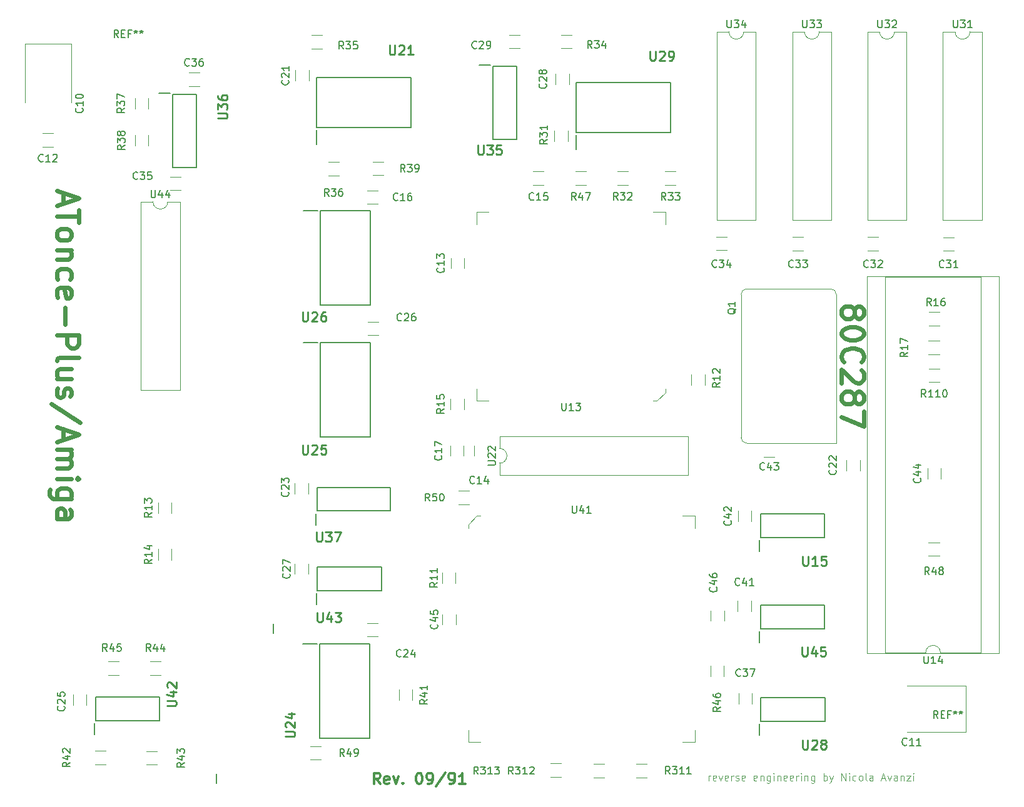
<source format=gbr>
%TF.GenerationSoftware,KiCad,Pcbnew,(5.1.12)-1*%
%TF.CreationDate,2022-12-05T14:55:24+01:00*%
%TF.ProjectId,atonceplus,61746f6e-6365-4706-9c75-732e6b696361,rev?*%
%TF.SameCoordinates,Original*%
%TF.FileFunction,Legend,Top*%
%TF.FilePolarity,Positive*%
%FSLAX46Y46*%
G04 Gerber Fmt 4.6, Leading zero omitted, Abs format (unit mm)*
G04 Created by KiCad (PCBNEW (5.1.12)-1) date 2022-12-05 14:55:24*
%MOMM*%
%LPD*%
G01*
G04 APERTURE LIST*
%ADD10C,0.600000*%
%ADD11C,0.100000*%
%ADD12C,0.300000*%
%ADD13C,0.200000*%
%ADD14C,0.120000*%
%ADD15C,0.150000*%
%ADD16C,0.254000*%
G04 APERTURE END LIST*
D10*
X196607142Y-76750000D02*
X196750000Y-76464285D01*
X196892857Y-76321428D01*
X197178571Y-76178571D01*
X197321428Y-76178571D01*
X197607142Y-76321428D01*
X197750000Y-76464285D01*
X197892857Y-76750000D01*
X197892857Y-77321428D01*
X197750000Y-77607142D01*
X197607142Y-77750000D01*
X197321428Y-77892857D01*
X197178571Y-77892857D01*
X196892857Y-77750000D01*
X196750000Y-77607142D01*
X196607142Y-77321428D01*
X196607142Y-76750000D01*
X196464285Y-76464285D01*
X196321428Y-76321428D01*
X196035714Y-76178571D01*
X195464285Y-76178571D01*
X195178571Y-76321428D01*
X195035714Y-76464285D01*
X194892857Y-76750000D01*
X194892857Y-77321428D01*
X195035714Y-77607142D01*
X195178571Y-77750000D01*
X195464285Y-77892857D01*
X196035714Y-77892857D01*
X196321428Y-77750000D01*
X196464285Y-77607142D01*
X196607142Y-77321428D01*
X197892857Y-79750000D02*
X197892857Y-80035714D01*
X197750000Y-80321428D01*
X197607142Y-80464285D01*
X197321428Y-80607142D01*
X196750000Y-80750000D01*
X196035714Y-80750000D01*
X195464285Y-80607142D01*
X195178571Y-80464285D01*
X195035714Y-80321428D01*
X194892857Y-80035714D01*
X194892857Y-79750000D01*
X195035714Y-79464285D01*
X195178571Y-79321428D01*
X195464285Y-79178571D01*
X196035714Y-79035714D01*
X196750000Y-79035714D01*
X197321428Y-79178571D01*
X197607142Y-79321428D01*
X197750000Y-79464285D01*
X197892857Y-79750000D01*
X195178571Y-83750000D02*
X195035714Y-83607142D01*
X194892857Y-83178571D01*
X194892857Y-82892857D01*
X195035714Y-82464285D01*
X195321428Y-82178571D01*
X195607142Y-82035714D01*
X196178571Y-81892857D01*
X196607142Y-81892857D01*
X197178571Y-82035714D01*
X197464285Y-82178571D01*
X197750000Y-82464285D01*
X197892857Y-82892857D01*
X197892857Y-83178571D01*
X197750000Y-83607142D01*
X197607142Y-83750000D01*
X197607142Y-84892857D02*
X197750000Y-85035714D01*
X197892857Y-85321428D01*
X197892857Y-86035714D01*
X197750000Y-86321428D01*
X197607142Y-86464285D01*
X197321428Y-86607142D01*
X197035714Y-86607142D01*
X196607142Y-86464285D01*
X194892857Y-84750000D01*
X194892857Y-86607142D01*
X196607142Y-88321428D02*
X196750000Y-88035714D01*
X196892857Y-87892857D01*
X197178571Y-87750000D01*
X197321428Y-87750000D01*
X197607142Y-87892857D01*
X197750000Y-88035714D01*
X197892857Y-88321428D01*
X197892857Y-88892857D01*
X197750000Y-89178571D01*
X197607142Y-89321428D01*
X197321428Y-89464285D01*
X197178571Y-89464285D01*
X196892857Y-89321428D01*
X196750000Y-89178571D01*
X196607142Y-88892857D01*
X196607142Y-88321428D01*
X196464285Y-88035714D01*
X196321428Y-87892857D01*
X196035714Y-87750000D01*
X195464285Y-87750000D01*
X195178571Y-87892857D01*
X195035714Y-88035714D01*
X194892857Y-88321428D01*
X194892857Y-88892857D01*
X195035714Y-89178571D01*
X195178571Y-89321428D01*
X195464285Y-89464285D01*
X196035714Y-89464285D01*
X196321428Y-89321428D01*
X196464285Y-89178571D01*
X196607142Y-88892857D01*
X197892857Y-90464285D02*
X197892857Y-92464285D01*
X194892857Y-91178571D01*
D11*
X176892857Y-140452380D02*
X176892857Y-139785714D01*
X176892857Y-139976190D02*
X176940476Y-139880952D01*
X176988095Y-139833333D01*
X177083333Y-139785714D01*
X177178571Y-139785714D01*
X177892857Y-140404761D02*
X177797619Y-140452380D01*
X177607142Y-140452380D01*
X177511904Y-140404761D01*
X177464285Y-140309523D01*
X177464285Y-139928571D01*
X177511904Y-139833333D01*
X177607142Y-139785714D01*
X177797619Y-139785714D01*
X177892857Y-139833333D01*
X177940476Y-139928571D01*
X177940476Y-140023809D01*
X177464285Y-140119047D01*
X178273809Y-139785714D02*
X178511904Y-140452380D01*
X178750000Y-139785714D01*
X179511904Y-140404761D02*
X179416666Y-140452380D01*
X179226190Y-140452380D01*
X179130952Y-140404761D01*
X179083333Y-140309523D01*
X179083333Y-139928571D01*
X179130952Y-139833333D01*
X179226190Y-139785714D01*
X179416666Y-139785714D01*
X179511904Y-139833333D01*
X179559523Y-139928571D01*
X179559523Y-140023809D01*
X179083333Y-140119047D01*
X179988095Y-140452380D02*
X179988095Y-139785714D01*
X179988095Y-139976190D02*
X180035714Y-139880952D01*
X180083333Y-139833333D01*
X180178571Y-139785714D01*
X180273809Y-139785714D01*
X180559523Y-140404761D02*
X180654761Y-140452380D01*
X180845238Y-140452380D01*
X180940476Y-140404761D01*
X180988095Y-140309523D01*
X180988095Y-140261904D01*
X180940476Y-140166666D01*
X180845238Y-140119047D01*
X180702380Y-140119047D01*
X180607142Y-140071428D01*
X180559523Y-139976190D01*
X180559523Y-139928571D01*
X180607142Y-139833333D01*
X180702380Y-139785714D01*
X180845238Y-139785714D01*
X180940476Y-139833333D01*
X181797619Y-140404761D02*
X181702380Y-140452380D01*
X181511904Y-140452380D01*
X181416666Y-140404761D01*
X181369047Y-140309523D01*
X181369047Y-139928571D01*
X181416666Y-139833333D01*
X181511904Y-139785714D01*
X181702380Y-139785714D01*
X181797619Y-139833333D01*
X181845238Y-139928571D01*
X181845238Y-140023809D01*
X181369047Y-140119047D01*
X183416666Y-140404761D02*
X183321428Y-140452380D01*
X183130952Y-140452380D01*
X183035714Y-140404761D01*
X182988095Y-140309523D01*
X182988095Y-139928571D01*
X183035714Y-139833333D01*
X183130952Y-139785714D01*
X183321428Y-139785714D01*
X183416666Y-139833333D01*
X183464285Y-139928571D01*
X183464285Y-140023809D01*
X182988095Y-140119047D01*
X183892857Y-139785714D02*
X183892857Y-140452380D01*
X183892857Y-139880952D02*
X183940476Y-139833333D01*
X184035714Y-139785714D01*
X184178571Y-139785714D01*
X184273809Y-139833333D01*
X184321428Y-139928571D01*
X184321428Y-140452380D01*
X185226190Y-139785714D02*
X185226190Y-140595238D01*
X185178571Y-140690476D01*
X185130952Y-140738095D01*
X185035714Y-140785714D01*
X184892857Y-140785714D01*
X184797619Y-140738095D01*
X185226190Y-140404761D02*
X185130952Y-140452380D01*
X184940476Y-140452380D01*
X184845238Y-140404761D01*
X184797619Y-140357142D01*
X184750000Y-140261904D01*
X184750000Y-139976190D01*
X184797619Y-139880952D01*
X184845238Y-139833333D01*
X184940476Y-139785714D01*
X185130952Y-139785714D01*
X185226190Y-139833333D01*
X185702380Y-140452380D02*
X185702380Y-139785714D01*
X185702380Y-139452380D02*
X185654761Y-139500000D01*
X185702380Y-139547619D01*
X185750000Y-139500000D01*
X185702380Y-139452380D01*
X185702380Y-139547619D01*
X186178571Y-139785714D02*
X186178571Y-140452380D01*
X186178571Y-139880952D02*
X186226190Y-139833333D01*
X186321428Y-139785714D01*
X186464285Y-139785714D01*
X186559523Y-139833333D01*
X186607142Y-139928571D01*
X186607142Y-140452380D01*
X187464285Y-140404761D02*
X187369047Y-140452380D01*
X187178571Y-140452380D01*
X187083333Y-140404761D01*
X187035714Y-140309523D01*
X187035714Y-139928571D01*
X187083333Y-139833333D01*
X187178571Y-139785714D01*
X187369047Y-139785714D01*
X187464285Y-139833333D01*
X187511904Y-139928571D01*
X187511904Y-140023809D01*
X187035714Y-140119047D01*
X188321428Y-140404761D02*
X188226190Y-140452380D01*
X188035714Y-140452380D01*
X187940476Y-140404761D01*
X187892857Y-140309523D01*
X187892857Y-139928571D01*
X187940476Y-139833333D01*
X188035714Y-139785714D01*
X188226190Y-139785714D01*
X188321428Y-139833333D01*
X188369047Y-139928571D01*
X188369047Y-140023809D01*
X187892857Y-140119047D01*
X188797619Y-140452380D02*
X188797619Y-139785714D01*
X188797619Y-139976190D02*
X188845238Y-139880952D01*
X188892857Y-139833333D01*
X188988095Y-139785714D01*
X189083333Y-139785714D01*
X189416666Y-140452380D02*
X189416666Y-139785714D01*
X189416666Y-139452380D02*
X189369047Y-139500000D01*
X189416666Y-139547619D01*
X189464285Y-139500000D01*
X189416666Y-139452380D01*
X189416666Y-139547619D01*
X189892857Y-139785714D02*
X189892857Y-140452380D01*
X189892857Y-139880952D02*
X189940476Y-139833333D01*
X190035714Y-139785714D01*
X190178571Y-139785714D01*
X190273809Y-139833333D01*
X190321428Y-139928571D01*
X190321428Y-140452380D01*
X191226190Y-139785714D02*
X191226190Y-140595238D01*
X191178571Y-140690476D01*
X191130952Y-140738095D01*
X191035714Y-140785714D01*
X190892857Y-140785714D01*
X190797619Y-140738095D01*
X191226190Y-140404761D02*
X191130952Y-140452380D01*
X190940476Y-140452380D01*
X190845238Y-140404761D01*
X190797619Y-140357142D01*
X190750000Y-140261904D01*
X190750000Y-139976190D01*
X190797619Y-139880952D01*
X190845238Y-139833333D01*
X190940476Y-139785714D01*
X191130952Y-139785714D01*
X191226190Y-139833333D01*
X192464285Y-140452380D02*
X192464285Y-139452380D01*
X192464285Y-139833333D02*
X192559523Y-139785714D01*
X192750000Y-139785714D01*
X192845238Y-139833333D01*
X192892857Y-139880952D01*
X192940476Y-139976190D01*
X192940476Y-140261904D01*
X192892857Y-140357142D01*
X192845238Y-140404761D01*
X192750000Y-140452380D01*
X192559523Y-140452380D01*
X192464285Y-140404761D01*
X193273809Y-139785714D02*
X193511904Y-140452380D01*
X193750000Y-139785714D02*
X193511904Y-140452380D01*
X193416666Y-140690476D01*
X193369047Y-140738095D01*
X193273809Y-140785714D01*
X194892857Y-140452380D02*
X194892857Y-139452380D01*
X195464285Y-140452380D01*
X195464285Y-139452380D01*
X195940476Y-140452380D02*
X195940476Y-139785714D01*
X195940476Y-139452380D02*
X195892857Y-139500000D01*
X195940476Y-139547619D01*
X195988095Y-139500000D01*
X195940476Y-139452380D01*
X195940476Y-139547619D01*
X196845238Y-140404761D02*
X196750000Y-140452380D01*
X196559523Y-140452380D01*
X196464285Y-140404761D01*
X196416666Y-140357142D01*
X196369047Y-140261904D01*
X196369047Y-139976190D01*
X196416666Y-139880952D01*
X196464285Y-139833333D01*
X196559523Y-139785714D01*
X196750000Y-139785714D01*
X196845238Y-139833333D01*
X197416666Y-140452380D02*
X197321428Y-140404761D01*
X197273809Y-140357142D01*
X197226190Y-140261904D01*
X197226190Y-139976190D01*
X197273809Y-139880952D01*
X197321428Y-139833333D01*
X197416666Y-139785714D01*
X197559523Y-139785714D01*
X197654761Y-139833333D01*
X197702380Y-139880952D01*
X197750000Y-139976190D01*
X197750000Y-140261904D01*
X197702380Y-140357142D01*
X197654761Y-140404761D01*
X197559523Y-140452380D01*
X197416666Y-140452380D01*
X198321428Y-140452380D02*
X198226190Y-140404761D01*
X198178571Y-140309523D01*
X198178571Y-139452380D01*
X199130952Y-140452380D02*
X199130952Y-139928571D01*
X199083333Y-139833333D01*
X198988095Y-139785714D01*
X198797619Y-139785714D01*
X198702380Y-139833333D01*
X199130952Y-140404761D02*
X199035714Y-140452380D01*
X198797619Y-140452380D01*
X198702380Y-140404761D01*
X198654761Y-140309523D01*
X198654761Y-140214285D01*
X198702380Y-140119047D01*
X198797619Y-140071428D01*
X199035714Y-140071428D01*
X199130952Y-140023809D01*
X200321428Y-140166666D02*
X200797619Y-140166666D01*
X200226190Y-140452380D02*
X200559523Y-139452380D01*
X200892857Y-140452380D01*
X201130952Y-139785714D02*
X201369047Y-140452380D01*
X201607142Y-139785714D01*
X202416666Y-140452380D02*
X202416666Y-139928571D01*
X202369047Y-139833333D01*
X202273809Y-139785714D01*
X202083333Y-139785714D01*
X201988095Y-139833333D01*
X202416666Y-140404761D02*
X202321428Y-140452380D01*
X202083333Y-140452380D01*
X201988095Y-140404761D01*
X201940476Y-140309523D01*
X201940476Y-140214285D01*
X201988095Y-140119047D01*
X202083333Y-140071428D01*
X202321428Y-140071428D01*
X202416666Y-140023809D01*
X202892857Y-139785714D02*
X202892857Y-140452380D01*
X202892857Y-139880952D02*
X202940476Y-139833333D01*
X203035714Y-139785714D01*
X203178571Y-139785714D01*
X203273809Y-139833333D01*
X203321428Y-139928571D01*
X203321428Y-140452380D01*
X203702380Y-139785714D02*
X204226190Y-139785714D01*
X203702380Y-140452380D01*
X204226190Y-140452380D01*
X204607142Y-140452380D02*
X204607142Y-139785714D01*
X204607142Y-139452380D02*
X204559523Y-139500000D01*
X204607142Y-139547619D01*
X204654761Y-139500000D01*
X204607142Y-139452380D01*
X204607142Y-139547619D01*
D12*
X132428571Y-140928571D02*
X131928571Y-140214285D01*
X131571428Y-140928571D02*
X131571428Y-139428571D01*
X132142857Y-139428571D01*
X132285714Y-139500000D01*
X132357142Y-139571428D01*
X132428571Y-139714285D01*
X132428571Y-139928571D01*
X132357142Y-140071428D01*
X132285714Y-140142857D01*
X132142857Y-140214285D01*
X131571428Y-140214285D01*
X133642857Y-140857142D02*
X133500000Y-140928571D01*
X133214285Y-140928571D01*
X133071428Y-140857142D01*
X133000000Y-140714285D01*
X133000000Y-140142857D01*
X133071428Y-140000000D01*
X133214285Y-139928571D01*
X133500000Y-139928571D01*
X133642857Y-140000000D01*
X133714285Y-140142857D01*
X133714285Y-140285714D01*
X133000000Y-140428571D01*
X134214285Y-139928571D02*
X134571428Y-140928571D01*
X134928571Y-139928571D01*
X135500000Y-140785714D02*
X135571428Y-140857142D01*
X135500000Y-140928571D01*
X135428571Y-140857142D01*
X135500000Y-140785714D01*
X135500000Y-140928571D01*
X137642857Y-139428571D02*
X137785714Y-139428571D01*
X137928571Y-139500000D01*
X138000000Y-139571428D01*
X138071428Y-139714285D01*
X138142857Y-140000000D01*
X138142857Y-140357142D01*
X138071428Y-140642857D01*
X138000000Y-140785714D01*
X137928571Y-140857142D01*
X137785714Y-140928571D01*
X137642857Y-140928571D01*
X137500000Y-140857142D01*
X137428571Y-140785714D01*
X137357142Y-140642857D01*
X137285714Y-140357142D01*
X137285714Y-140000000D01*
X137357142Y-139714285D01*
X137428571Y-139571428D01*
X137500000Y-139500000D01*
X137642857Y-139428571D01*
X138857142Y-140928571D02*
X139142857Y-140928571D01*
X139285714Y-140857142D01*
X139357142Y-140785714D01*
X139500000Y-140571428D01*
X139571428Y-140285714D01*
X139571428Y-139714285D01*
X139500000Y-139571428D01*
X139428571Y-139500000D01*
X139285714Y-139428571D01*
X139000000Y-139428571D01*
X138857142Y-139500000D01*
X138785714Y-139571428D01*
X138714285Y-139714285D01*
X138714285Y-140071428D01*
X138785714Y-140214285D01*
X138857142Y-140285714D01*
X139000000Y-140357142D01*
X139285714Y-140357142D01*
X139428571Y-140285714D01*
X139500000Y-140214285D01*
X139571428Y-140071428D01*
X141285714Y-139357142D02*
X140000000Y-141285714D01*
X141857142Y-140928571D02*
X142142857Y-140928571D01*
X142285714Y-140857142D01*
X142357142Y-140785714D01*
X142500000Y-140571428D01*
X142571428Y-140285714D01*
X142571428Y-139714285D01*
X142500000Y-139571428D01*
X142428571Y-139500000D01*
X142285714Y-139428571D01*
X142000000Y-139428571D01*
X141857142Y-139500000D01*
X141785714Y-139571428D01*
X141714285Y-139714285D01*
X141714285Y-140071428D01*
X141785714Y-140214285D01*
X141857142Y-140285714D01*
X142000000Y-140357142D01*
X142285714Y-140357142D01*
X142428571Y-140285714D01*
X142500000Y-140214285D01*
X142571428Y-140071428D01*
X144000000Y-140928571D02*
X143142857Y-140928571D01*
X143571428Y-140928571D02*
X143571428Y-139428571D01*
X143428571Y-139642857D01*
X143285714Y-139785714D01*
X143142857Y-139857142D01*
D10*
X89500000Y-60857142D02*
X89500000Y-62285714D01*
X88642857Y-60571428D02*
X91642857Y-61571428D01*
X88642857Y-62571428D01*
X91642857Y-63142857D02*
X91642857Y-64857142D01*
X88642857Y-64000000D02*
X91642857Y-64000000D01*
X88642857Y-66285714D02*
X88785714Y-66000000D01*
X88928571Y-65857142D01*
X89214285Y-65714285D01*
X90071428Y-65714285D01*
X90357142Y-65857142D01*
X90500000Y-66000000D01*
X90642857Y-66285714D01*
X90642857Y-66714285D01*
X90500000Y-67000000D01*
X90357142Y-67142857D01*
X90071428Y-67285714D01*
X89214285Y-67285714D01*
X88928571Y-67142857D01*
X88785714Y-67000000D01*
X88642857Y-66714285D01*
X88642857Y-66285714D01*
X90642857Y-68571428D02*
X88642857Y-68571428D01*
X90357142Y-68571428D02*
X90500000Y-68714285D01*
X90642857Y-69000000D01*
X90642857Y-69428571D01*
X90500000Y-69714285D01*
X90214285Y-69857142D01*
X88642857Y-69857142D01*
X88785714Y-72571428D02*
X88642857Y-72285714D01*
X88642857Y-71714285D01*
X88785714Y-71428571D01*
X88928571Y-71285714D01*
X89214285Y-71142857D01*
X90071428Y-71142857D01*
X90357142Y-71285714D01*
X90500000Y-71428571D01*
X90642857Y-71714285D01*
X90642857Y-72285714D01*
X90500000Y-72571428D01*
X88785714Y-75000000D02*
X88642857Y-74714285D01*
X88642857Y-74142857D01*
X88785714Y-73857142D01*
X89071428Y-73714285D01*
X90214285Y-73714285D01*
X90500000Y-73857142D01*
X90642857Y-74142857D01*
X90642857Y-74714285D01*
X90500000Y-75000000D01*
X90214285Y-75142857D01*
X89928571Y-75142857D01*
X89642857Y-73714285D01*
X89785714Y-76428571D02*
X89785714Y-78714285D01*
X88642857Y-80142857D02*
X91642857Y-80142857D01*
X91642857Y-81285714D01*
X91500000Y-81571428D01*
X91357142Y-81714285D01*
X91071428Y-81857142D01*
X90642857Y-81857142D01*
X90357142Y-81714285D01*
X90214285Y-81571428D01*
X90071428Y-81285714D01*
X90071428Y-80142857D01*
X88642857Y-83571428D02*
X88785714Y-83285714D01*
X89071428Y-83142857D01*
X91642857Y-83142857D01*
X90642857Y-86000000D02*
X88642857Y-86000000D01*
X90642857Y-84714285D02*
X89071428Y-84714285D01*
X88785714Y-84857142D01*
X88642857Y-85142857D01*
X88642857Y-85571428D01*
X88785714Y-85857142D01*
X88928571Y-86000000D01*
X88785714Y-87285714D02*
X88642857Y-87571428D01*
X88642857Y-88142857D01*
X88785714Y-88428571D01*
X89071428Y-88571428D01*
X89214285Y-88571428D01*
X89500000Y-88428571D01*
X89642857Y-88142857D01*
X89642857Y-87714285D01*
X89785714Y-87428571D01*
X90071428Y-87285714D01*
X90214285Y-87285714D01*
X90500000Y-87428571D01*
X90642857Y-87714285D01*
X90642857Y-88142857D01*
X90500000Y-88428571D01*
X91785714Y-92000000D02*
X87928571Y-89428571D01*
X89500000Y-92857142D02*
X89500000Y-94285714D01*
X88642857Y-92571428D02*
X91642857Y-93571428D01*
X88642857Y-94571428D01*
X88642857Y-95571428D02*
X90642857Y-95571428D01*
X90357142Y-95571428D02*
X90500000Y-95714285D01*
X90642857Y-96000000D01*
X90642857Y-96428571D01*
X90500000Y-96714285D01*
X90214285Y-96857142D01*
X88642857Y-96857142D01*
X90214285Y-96857142D02*
X90500000Y-97000000D01*
X90642857Y-97285714D01*
X90642857Y-97714285D01*
X90500000Y-98000000D01*
X90214285Y-98142857D01*
X88642857Y-98142857D01*
X88642857Y-99571428D02*
X90642857Y-99571428D01*
X91642857Y-99571428D02*
X91500000Y-99428571D01*
X91357142Y-99571428D01*
X91500000Y-99714285D01*
X91642857Y-99571428D01*
X91357142Y-99571428D01*
X90642857Y-102285714D02*
X88214285Y-102285714D01*
X87928571Y-102142857D01*
X87785714Y-102000000D01*
X87642857Y-101714285D01*
X87642857Y-101285714D01*
X87785714Y-101000000D01*
X88785714Y-102285714D02*
X88642857Y-102000000D01*
X88642857Y-101428571D01*
X88785714Y-101142857D01*
X88928571Y-101000000D01*
X89214285Y-100857142D01*
X90071428Y-100857142D01*
X90357142Y-101000000D01*
X90500000Y-101142857D01*
X90642857Y-101428571D01*
X90642857Y-102000000D01*
X90500000Y-102285714D01*
X88642857Y-105000000D02*
X90214285Y-105000000D01*
X90500000Y-104857142D01*
X90642857Y-104571428D01*
X90642857Y-104000000D01*
X90500000Y-103714285D01*
X88785714Y-105000000D02*
X88642857Y-104714285D01*
X88642857Y-104000000D01*
X88785714Y-103714285D01*
X89071428Y-103571428D01*
X89357142Y-103571428D01*
X89642857Y-103714285D01*
X89785714Y-104000000D01*
X89785714Y-104714285D01*
X89928571Y-105000000D01*
D13*
%TO.C,U35*%
X145845000Y-43530000D02*
X147370000Y-43530000D01*
X147720000Y-53600000D02*
X147720000Y-43700000D01*
X150920000Y-53600000D02*
X147720000Y-53600000D01*
X150920000Y-43700000D02*
X150920000Y-53600000D01*
X147720000Y-43700000D02*
X150920000Y-43700000D01*
%TO.C,U36*%
X104330000Y-47540000D02*
X107530000Y-47540000D01*
X107530000Y-47540000D02*
X107530000Y-57440000D01*
X107530000Y-57440000D02*
X104330000Y-57440000D01*
X104330000Y-57440000D02*
X104330000Y-47540000D01*
X102455000Y-47370000D02*
X103980000Y-47370000D01*
%TO.C,U37*%
X123760000Y-105815000D02*
X123760000Y-104290000D01*
X133830000Y-103940000D02*
X123930000Y-103940000D01*
X133830000Y-100740000D02*
X133830000Y-103940000D01*
X123930000Y-100740000D02*
X133830000Y-100740000D01*
X123930000Y-103940000D02*
X123930000Y-100740000D01*
%TO.C,U43*%
X123785000Y-116615000D02*
X123785000Y-115090000D01*
X132595000Y-114740000D02*
X123945000Y-114740000D01*
X132595000Y-111540000D02*
X132595000Y-114740000D01*
X123945000Y-111540000D02*
X132595000Y-111540000D01*
X123945000Y-114740000D02*
X123945000Y-111540000D01*
%TO.C,J1*%
X110290000Y-140850000D02*
X110290000Y-139580000D01*
%TO.C,J2*%
X118020000Y-120520000D02*
X118020000Y-119250000D01*
%TO.C,U21*%
X123800000Y-54330000D02*
X123800000Y-52380000D01*
X136590000Y-52030000D02*
X123790000Y-52030000D01*
X136590000Y-45230000D02*
X136590000Y-52030000D01*
X123790000Y-45230000D02*
X136590000Y-45230000D01*
X123790000Y-52030000D02*
X123790000Y-45230000D01*
%TO.C,U15*%
X183795000Y-109415000D02*
X183795000Y-107890000D01*
X192605000Y-107540000D02*
X183955000Y-107540000D01*
X192605000Y-104340000D02*
X192605000Y-107540000D01*
X183955000Y-104340000D02*
X192605000Y-104340000D01*
X183955000Y-107540000D02*
X183955000Y-104340000D01*
%TO.C,U45*%
X183795000Y-121795000D02*
X183795000Y-120270000D01*
X192605000Y-119920000D02*
X183955000Y-119920000D01*
X192605000Y-116720000D02*
X192605000Y-119920000D01*
X183955000Y-116720000D02*
X192605000Y-116720000D01*
X183955000Y-119920000D02*
X183955000Y-116720000D01*
%TO.C,U28*%
X183965000Y-132450000D02*
X183965000Y-129250000D01*
X183965000Y-129250000D02*
X192615000Y-129250000D01*
X192615000Y-129250000D02*
X192615000Y-132450000D01*
X192615000Y-132450000D02*
X183965000Y-132450000D01*
X183805000Y-134325000D02*
X183805000Y-132800000D01*
D14*
%TO.C,Q1*%
X182030000Y-94760000D02*
X194180000Y-94760000D01*
X181280000Y-74610000D02*
X181280000Y-94010000D01*
X193430000Y-73860000D02*
X182030000Y-73860000D01*
X194180000Y-94760000D02*
X194180000Y-74610000D01*
X194180000Y-74610000D02*
G75*
G03*
X193430000Y-73860000I-750000J0D01*
G01*
X182030000Y-73860000D02*
G75*
G03*
X181280000Y-74610000I0J-750000D01*
G01*
X181280000Y-94010000D02*
G75*
G03*
X182030000Y-94760000I750000J0D01*
G01*
%TO.C,U14*%
X208270000Y-123150000D02*
X213730000Y-123150000D01*
X213730000Y-123150000D02*
X213730000Y-72230000D01*
X213730000Y-72230000D02*
X200810000Y-72230000D01*
X200810000Y-72230000D02*
X200810000Y-123150000D01*
X200810000Y-123150000D02*
X206270000Y-123150000D01*
X216220000Y-123210000D02*
X216220000Y-72170000D01*
X216220000Y-72170000D02*
X198320000Y-72170000D01*
X198320000Y-72170000D02*
X198320000Y-123210000D01*
X198320000Y-123210000D02*
X216220000Y-123210000D01*
X206270000Y-123150000D02*
G75*
G02*
X208270000Y-123150000I1000000J0D01*
G01*
D11*
%TO.C,U13*%
X169385000Y-89015000D02*
X169885000Y-89015000D01*
X169885000Y-89015000D02*
X171035000Y-87865000D01*
X171035000Y-87865000D02*
X171035000Y-87365000D01*
X147115000Y-89015000D02*
X145465000Y-89015000D01*
X145465000Y-89015000D02*
X145465000Y-87365000D01*
X169385000Y-63445000D02*
X171035000Y-63445000D01*
X171035000Y-63445000D02*
X171035000Y-65095000D01*
X147115000Y-63445000D02*
X145465000Y-63445000D01*
X145465000Y-63445000D02*
X145465000Y-65095000D01*
D14*
%TO.C,C10*%
X90660000Y-48650000D02*
X90660000Y-40640000D01*
X90660000Y-40640000D02*
X84340000Y-40640000D01*
X84340000Y-40640000D02*
X84340000Y-48650000D01*
%TO.C,C11*%
X211720000Y-127590000D02*
X203710000Y-127590000D01*
X211720000Y-133910000D02*
X211720000Y-127590000D01*
X203710000Y-133910000D02*
X211720000Y-133910000D01*
%TO.C,C12*%
X86758748Y-54590000D02*
X88181252Y-54590000D01*
X86758748Y-52770000D02*
X88181252Y-52770000D01*
%TO.C,C13*%
X142000000Y-71086252D02*
X142000000Y-69663748D01*
X143820000Y-71086252D02*
X143820000Y-69663748D01*
%TO.C,C14*%
X145180000Y-95068748D02*
X145180000Y-96491252D01*
X147000000Y-95068748D02*
X147000000Y-96491252D01*
%TO.C,C15*%
X153148748Y-57970000D02*
X154571252Y-57970000D01*
X153148748Y-59790000D02*
X154571252Y-59790000D01*
%TO.C,C16*%
X132141252Y-60520000D02*
X130718748Y-60520000D01*
X132141252Y-62340000D02*
X130718748Y-62340000D01*
%TO.C,C17*%
X143740000Y-95068748D02*
X143740000Y-96491252D01*
X141920000Y-95068748D02*
X141920000Y-96491252D01*
%TO.C,C21*%
X122800000Y-44238748D02*
X122800000Y-45661252D01*
X120980000Y-44238748D02*
X120980000Y-45661252D01*
%TO.C,C22*%
X197390000Y-98461252D02*
X197390000Y-97038748D01*
X195570000Y-98461252D02*
X195570000Y-97038748D01*
%TO.C,C23*%
X122680000Y-100218748D02*
X122680000Y-101641252D01*
X120860000Y-100218748D02*
X120860000Y-101641252D01*
%TO.C,C24*%
X132141252Y-119110000D02*
X130718748Y-119110000D01*
X132141252Y-120930000D02*
X130718748Y-120930000D01*
%TO.C,C25*%
X92700000Y-128808748D02*
X92700000Y-130231252D01*
X90880000Y-128808748D02*
X90880000Y-130231252D01*
%TO.C,C27*%
X122700000Y-112491252D02*
X122700000Y-111068748D01*
X120880000Y-112491252D02*
X120880000Y-111068748D01*
%TO.C,C28*%
X158000000Y-44738748D02*
X158000000Y-46161252D01*
X156180000Y-44738748D02*
X156180000Y-46161252D01*
%TO.C,C29*%
X151331252Y-39450000D02*
X149908748Y-39450000D01*
X151331252Y-41270000D02*
X149908748Y-41270000D01*
%TO.C,C31*%
X208668748Y-66880000D02*
X210091252Y-66880000D01*
X208668748Y-68700000D02*
X210091252Y-68700000D01*
%TO.C,C32*%
X198448748Y-66850000D02*
X199871252Y-66850000D01*
X198448748Y-68670000D02*
X199871252Y-68670000D01*
%TO.C,C33*%
X188288748Y-68660000D02*
X189711252Y-68660000D01*
X188288748Y-66840000D02*
X189711252Y-66840000D01*
%TO.C,C34*%
X177918748Y-66820000D02*
X179341252Y-66820000D01*
X177918748Y-68640000D02*
X179341252Y-68640000D01*
%TO.C,C35*%
X105461252Y-58660000D02*
X104038748Y-58660000D01*
X105461252Y-60480000D02*
X104038748Y-60480000D01*
%TO.C,C36*%
X107951252Y-46380000D02*
X106528748Y-46380000D01*
X107951252Y-44560000D02*
X106528748Y-44560000D01*
%TO.C,C37*%
X182760000Y-130081252D02*
X182760000Y-128658748D01*
X180940000Y-130081252D02*
X180940000Y-128658748D01*
%TO.C,C41*%
X180830000Y-117541252D02*
X180830000Y-116118748D01*
X182650000Y-117541252D02*
X182650000Y-116118748D01*
%TO.C,C42*%
X180860000Y-103918748D02*
X180860000Y-105341252D01*
X182680000Y-103918748D02*
X182680000Y-105341252D01*
%TO.C,C43*%
X184388748Y-94790000D02*
X185811252Y-94790000D01*
X184388748Y-96610000D02*
X185811252Y-96610000D01*
%TO.C,C44*%
X208330000Y-99581252D02*
X208330000Y-98158748D01*
X206510000Y-99581252D02*
X206510000Y-98158748D01*
%TO.C,C45*%
X140870000Y-119351252D02*
X140870000Y-117928748D01*
X142690000Y-119351252D02*
X142690000Y-117928748D01*
%TO.C,C46*%
X178990000Y-118841252D02*
X178990000Y-117418748D01*
X177170000Y-118841252D02*
X177170000Y-117418748D01*
%TO.C,R11*%
X142640000Y-112252936D02*
X142640000Y-113707064D01*
X140820000Y-112252936D02*
X140820000Y-113707064D01*
%TO.C,R12*%
X174560000Y-86917064D02*
X174560000Y-85462936D01*
X176380000Y-86917064D02*
X176380000Y-85462936D01*
%TO.C,R13*%
X102400000Y-102772936D02*
X102400000Y-104227064D01*
X104220000Y-102772936D02*
X104220000Y-104227064D01*
%TO.C,R14*%
X102400000Y-110567064D02*
X102400000Y-109112936D01*
X104220000Y-110567064D02*
X104220000Y-109112936D01*
%TO.C,R15*%
X141980000Y-88722936D02*
X141980000Y-90177064D01*
X143800000Y-88722936D02*
X143800000Y-90177064D01*
%TO.C,R16*%
X208127064Y-78840000D02*
X206672936Y-78840000D01*
X208127064Y-77020000D02*
X206672936Y-77020000D01*
%TO.C,R17*%
X208107064Y-80910000D02*
X206652936Y-80910000D01*
X208107064Y-82730000D02*
X206652936Y-82730000D01*
%TO.C,R31*%
X156010000Y-53857064D02*
X156010000Y-52402936D01*
X157830000Y-53857064D02*
X157830000Y-52402936D01*
%TO.C,R32*%
X165967064Y-57940000D02*
X164512936Y-57940000D01*
X165967064Y-59760000D02*
X164512936Y-59760000D01*
%TO.C,R33*%
X172457064Y-59790000D02*
X171002936Y-59790000D01*
X172457064Y-57970000D02*
X171002936Y-57970000D01*
%TO.C,R34*%
X158367064Y-39440000D02*
X156912936Y-39440000D01*
X158367064Y-41260000D02*
X156912936Y-41260000D01*
%TO.C,R35*%
X123142936Y-41320000D02*
X124597064Y-41320000D01*
X123142936Y-39500000D02*
X124597064Y-39500000D01*
%TO.C,R36*%
X125392936Y-56670000D02*
X126847064Y-56670000D01*
X125392936Y-58490000D02*
X126847064Y-58490000D01*
%TO.C,R37*%
X101060000Y-49457064D02*
X101060000Y-48002936D01*
X99240000Y-49457064D02*
X99240000Y-48002936D01*
%TO.C,R38*%
X101080000Y-53042936D02*
X101080000Y-54497064D01*
X99260000Y-53042936D02*
X99260000Y-54497064D01*
%TO.C,R39*%
X131462936Y-58460000D02*
X132917064Y-58460000D01*
X131462936Y-56640000D02*
X132917064Y-56640000D01*
%TO.C,R41*%
X136780000Y-128112936D02*
X136780000Y-129567064D01*
X134960000Y-128112936D02*
X134960000Y-129567064D01*
%TO.C,R42*%
X93810436Y-138270000D02*
X95264564Y-138270000D01*
X93810436Y-136450000D02*
X95264564Y-136450000D01*
%TO.C,R43*%
X102227064Y-136490000D02*
X100772936Y-136490000D01*
X102227064Y-138310000D02*
X100772936Y-138310000D01*
%TO.C,R44*%
X102739564Y-126160000D02*
X101285436Y-126160000D01*
X102739564Y-124340000D02*
X101285436Y-124340000D01*
%TO.C,R45*%
X95642936Y-124320000D02*
X97097064Y-124320000D01*
X95642936Y-126140000D02*
X97097064Y-126140000D01*
%TO.C,R46*%
X177130000Y-126367064D02*
X177130000Y-124912936D01*
X178950000Y-126367064D02*
X178950000Y-124912936D01*
%TO.C,R47*%
X158842936Y-59780000D02*
X160297064Y-59780000D01*
X158842936Y-57960000D02*
X160297064Y-57960000D01*
%TO.C,R48*%
X208117064Y-110020000D02*
X206662936Y-110020000D01*
X208117064Y-108200000D02*
X206662936Y-108200000D01*
%TO.C,R49*%
X122992936Y-135800000D02*
X124447064Y-135800000D01*
X122992936Y-137620000D02*
X124447064Y-137620000D01*
%TO.C,R50*%
X143062936Y-103040000D02*
X144517064Y-103040000D01*
X143062936Y-101220000D02*
X144517064Y-101220000D01*
%TO.C,R110*%
X208137064Y-86470000D02*
X206682936Y-86470000D01*
X208137064Y-84650000D02*
X206682936Y-84650000D01*
%TO.C,R311*%
X167052936Y-140020000D02*
X168507064Y-140020000D01*
X167052936Y-138200000D02*
X168507064Y-138200000D01*
%TO.C,R312*%
X161312936Y-140040000D02*
X162767064Y-140040000D01*
X161312936Y-138220000D02*
X162767064Y-138220000D01*
%TO.C,R313*%
X155462936Y-139950000D02*
X156917064Y-139950000D01*
X155462936Y-138130000D02*
X156917064Y-138130000D01*
%TO.C,C26*%
X132191252Y-80150000D02*
X130768748Y-80150000D01*
X132191252Y-78330000D02*
X130768748Y-78330000D01*
D11*
%TO.C,U41*%
X146005000Y-104612500D02*
X145505000Y-104612500D01*
X145505000Y-104612500D02*
X144355000Y-105762500D01*
X144355000Y-105762500D02*
X144355000Y-106262500D01*
X173355000Y-104612500D02*
X175005000Y-104612500D01*
X175005000Y-104612500D02*
X175005000Y-106262500D01*
X146005000Y-135262500D02*
X144355000Y-135262500D01*
X144355000Y-135262500D02*
X144355000Y-133612500D01*
X173355000Y-135262500D02*
X175005000Y-135262500D01*
X175005000Y-135262500D02*
X175005000Y-133612500D01*
D13*
%TO.C,U24*%
X121950000Y-121960000D02*
X123900000Y-121960000D01*
X124250000Y-134750000D02*
X124250000Y-121950000D01*
X131050000Y-134750000D02*
X124250000Y-134750000D01*
X131050000Y-121950000D02*
X131050000Y-134750000D01*
X124250000Y-121950000D02*
X131050000Y-121950000D01*
%TO.C,U25*%
X124320000Y-81120000D02*
X131120000Y-81120000D01*
X131120000Y-81120000D02*
X131120000Y-93920000D01*
X131120000Y-93920000D02*
X124320000Y-93920000D01*
X124320000Y-93920000D02*
X124320000Y-81120000D01*
X122020000Y-81130000D02*
X123970000Y-81130000D01*
%TO.C,U26*%
X124320000Y-63280000D02*
X131120000Y-63280000D01*
X131120000Y-63280000D02*
X131120000Y-76080000D01*
X131120000Y-76080000D02*
X124320000Y-76080000D01*
X124320000Y-76080000D02*
X124320000Y-63280000D01*
X122020000Y-63290000D02*
X123970000Y-63290000D01*
%TO.C,U29*%
X158950000Y-54970000D02*
X158950000Y-53020000D01*
X171740000Y-52670000D02*
X158940000Y-52670000D01*
X171740000Y-45870000D02*
X171740000Y-52670000D01*
X158940000Y-45870000D02*
X171740000Y-45870000D01*
X158940000Y-52670000D02*
X158940000Y-45870000D01*
%TO.C,U42*%
X93925000Y-132350000D02*
X93925000Y-129150000D01*
X93925000Y-129150000D02*
X102575000Y-129150000D01*
X102575000Y-129150000D02*
X102575000Y-132350000D01*
X102575000Y-132350000D02*
X93925000Y-132350000D01*
X93765000Y-134225000D02*
X93765000Y-132700000D01*
D14*
%TO.C,U22*%
X148590000Y-93820000D02*
X148590000Y-95470000D01*
X174110000Y-93820000D02*
X148590000Y-93820000D01*
X174110000Y-99120000D02*
X174110000Y-93820000D01*
X148590000Y-99120000D02*
X174110000Y-99120000D01*
X148590000Y-97470000D02*
X148590000Y-99120000D01*
X148590000Y-95470000D02*
G75*
G02*
X148590000Y-97470000I0J-1000000D01*
G01*
%TO.C,U44*%
X101680000Y-62050000D02*
X100030000Y-62050000D01*
X100030000Y-62050000D02*
X100030000Y-87570000D01*
X100030000Y-87570000D02*
X105330000Y-87570000D01*
X105330000Y-87570000D02*
X105330000Y-62050000D01*
X105330000Y-62050000D02*
X103680000Y-62050000D01*
X103680000Y-62050000D02*
G75*
G02*
X101680000Y-62050000I-1000000J0D01*
G01*
%TO.C,U31*%
X213910000Y-39030000D02*
X212260000Y-39030000D01*
X213910000Y-64550000D02*
X213910000Y-39030000D01*
X208610000Y-64550000D02*
X213910000Y-64550000D01*
X208610000Y-39030000D02*
X208610000Y-64550000D01*
X210260000Y-39030000D02*
X208610000Y-39030000D01*
X212260000Y-39030000D02*
G75*
G02*
X210260000Y-39030000I-1000000J0D01*
G01*
%TO.C,U32*%
X200040000Y-39030000D02*
X198390000Y-39030000D01*
X198390000Y-39030000D02*
X198390000Y-64550000D01*
X198390000Y-64550000D02*
X203690000Y-64550000D01*
X203690000Y-64550000D02*
X203690000Y-39030000D01*
X203690000Y-39030000D02*
X202040000Y-39030000D01*
X202040000Y-39030000D02*
G75*
G02*
X200040000Y-39030000I-1000000J0D01*
G01*
%TO.C,U33*%
X189870000Y-39030000D02*
X188220000Y-39030000D01*
X188220000Y-39030000D02*
X188220000Y-64550000D01*
X188220000Y-64550000D02*
X193520000Y-64550000D01*
X193520000Y-64550000D02*
X193520000Y-39030000D01*
X193520000Y-39030000D02*
X191870000Y-39030000D01*
X191870000Y-39030000D02*
G75*
G02*
X189870000Y-39030000I-1000000J0D01*
G01*
%TO.C,U34*%
X183290000Y-39030000D02*
X181640000Y-39030000D01*
X183290000Y-64550000D02*
X183290000Y-39030000D01*
X177990000Y-64550000D02*
X183290000Y-64550000D01*
X177990000Y-39030000D02*
X177990000Y-64550000D01*
X179640000Y-39030000D02*
X177990000Y-39030000D01*
X181640000Y-39030000D02*
G75*
G02*
X179640000Y-39030000I-1000000J0D01*
G01*
%TO.C,REF\u002A\u002A*%
D15*
X207936666Y-132022380D02*
X207603333Y-131546190D01*
X207365238Y-132022380D02*
X207365238Y-131022380D01*
X207746190Y-131022380D01*
X207841428Y-131070000D01*
X207889047Y-131117619D01*
X207936666Y-131212857D01*
X207936666Y-131355714D01*
X207889047Y-131450952D01*
X207841428Y-131498571D01*
X207746190Y-131546190D01*
X207365238Y-131546190D01*
X208365238Y-131498571D02*
X208698571Y-131498571D01*
X208841428Y-132022380D02*
X208365238Y-132022380D01*
X208365238Y-131022380D01*
X208841428Y-131022380D01*
X209603333Y-131498571D02*
X209270000Y-131498571D01*
X209270000Y-132022380D02*
X209270000Y-131022380D01*
X209746190Y-131022380D01*
X210270000Y-131022380D02*
X210270000Y-131260476D01*
X210031904Y-131165238D02*
X210270000Y-131260476D01*
X210508095Y-131165238D01*
X210127142Y-131450952D02*
X210270000Y-131260476D01*
X210412857Y-131450952D01*
X211031904Y-131022380D02*
X211031904Y-131260476D01*
X210793809Y-131165238D02*
X211031904Y-131260476D01*
X211270000Y-131165238D01*
X210889047Y-131450952D02*
X211031904Y-131260476D01*
X211174761Y-131450952D01*
X97016666Y-39802380D02*
X96683333Y-39326190D01*
X96445238Y-39802380D02*
X96445238Y-38802380D01*
X96826190Y-38802380D01*
X96921428Y-38850000D01*
X96969047Y-38897619D01*
X97016666Y-38992857D01*
X97016666Y-39135714D01*
X96969047Y-39230952D01*
X96921428Y-39278571D01*
X96826190Y-39326190D01*
X96445238Y-39326190D01*
X97445238Y-39278571D02*
X97778571Y-39278571D01*
X97921428Y-39802380D02*
X97445238Y-39802380D01*
X97445238Y-38802380D01*
X97921428Y-38802380D01*
X98683333Y-39278571D02*
X98350000Y-39278571D01*
X98350000Y-39802380D02*
X98350000Y-38802380D01*
X98826190Y-38802380D01*
X99350000Y-38802380D02*
X99350000Y-39040476D01*
X99111904Y-38945238D02*
X99350000Y-39040476D01*
X99588095Y-38945238D01*
X99207142Y-39230952D02*
X99350000Y-39040476D01*
X99492857Y-39230952D01*
X100111904Y-38802380D02*
X100111904Y-39040476D01*
X99873809Y-38945238D02*
X100111904Y-39040476D01*
X100350000Y-38945238D01*
X99969047Y-39230952D02*
X100111904Y-39040476D01*
X100254761Y-39230952D01*
%TO.C,U35*%
D16*
X145667619Y-54404523D02*
X145667619Y-55432619D01*
X145728095Y-55553571D01*
X145788571Y-55614047D01*
X145909523Y-55674523D01*
X146151428Y-55674523D01*
X146272380Y-55614047D01*
X146332857Y-55553571D01*
X146393333Y-55432619D01*
X146393333Y-54404523D01*
X146877142Y-54404523D02*
X147663333Y-54404523D01*
X147240000Y-54888333D01*
X147421428Y-54888333D01*
X147542380Y-54948809D01*
X147602857Y-55009285D01*
X147663333Y-55130238D01*
X147663333Y-55432619D01*
X147602857Y-55553571D01*
X147542380Y-55614047D01*
X147421428Y-55674523D01*
X147058571Y-55674523D01*
X146937619Y-55614047D01*
X146877142Y-55553571D01*
X148812380Y-54404523D02*
X148207619Y-54404523D01*
X148147142Y-55009285D01*
X148207619Y-54948809D01*
X148328571Y-54888333D01*
X148630952Y-54888333D01*
X148751904Y-54948809D01*
X148812380Y-55009285D01*
X148872857Y-55130238D01*
X148872857Y-55432619D01*
X148812380Y-55553571D01*
X148751904Y-55614047D01*
X148630952Y-55674523D01*
X148328571Y-55674523D01*
X148207619Y-55614047D01*
X148147142Y-55553571D01*
%TO.C,U36*%
X110484523Y-50772380D02*
X111512619Y-50772380D01*
X111633571Y-50711904D01*
X111694047Y-50651428D01*
X111754523Y-50530476D01*
X111754523Y-50288571D01*
X111694047Y-50167619D01*
X111633571Y-50107142D01*
X111512619Y-50046666D01*
X110484523Y-50046666D01*
X110484523Y-49562857D02*
X110484523Y-48776666D01*
X110968333Y-49200000D01*
X110968333Y-49018571D01*
X111028809Y-48897619D01*
X111089285Y-48837142D01*
X111210238Y-48776666D01*
X111512619Y-48776666D01*
X111633571Y-48837142D01*
X111694047Y-48897619D01*
X111754523Y-49018571D01*
X111754523Y-49381428D01*
X111694047Y-49502380D01*
X111633571Y-49562857D01*
X110484523Y-47688095D02*
X110484523Y-47930000D01*
X110545000Y-48050952D01*
X110605476Y-48111428D01*
X110786904Y-48232380D01*
X111028809Y-48292857D01*
X111512619Y-48292857D01*
X111633571Y-48232380D01*
X111694047Y-48171904D01*
X111754523Y-48050952D01*
X111754523Y-47809047D01*
X111694047Y-47688095D01*
X111633571Y-47627619D01*
X111512619Y-47567142D01*
X111210238Y-47567142D01*
X111089285Y-47627619D01*
X111028809Y-47688095D01*
X110968333Y-47809047D01*
X110968333Y-48050952D01*
X111028809Y-48171904D01*
X111089285Y-48232380D01*
X111210238Y-48292857D01*
%TO.C,U37*%
X123817619Y-106814523D02*
X123817619Y-107842619D01*
X123878095Y-107963571D01*
X123938571Y-108024047D01*
X124059523Y-108084523D01*
X124301428Y-108084523D01*
X124422380Y-108024047D01*
X124482857Y-107963571D01*
X124543333Y-107842619D01*
X124543333Y-106814523D01*
X125027142Y-106814523D02*
X125813333Y-106814523D01*
X125390000Y-107298333D01*
X125571428Y-107298333D01*
X125692380Y-107358809D01*
X125752857Y-107419285D01*
X125813333Y-107540238D01*
X125813333Y-107842619D01*
X125752857Y-107963571D01*
X125692380Y-108024047D01*
X125571428Y-108084523D01*
X125208571Y-108084523D01*
X125087619Y-108024047D01*
X125027142Y-107963571D01*
X126236666Y-106814523D02*
X127083333Y-106814523D01*
X126539047Y-108084523D01*
%TO.C,U43*%
X123907619Y-117714523D02*
X123907619Y-118742619D01*
X123968095Y-118863571D01*
X124028571Y-118924047D01*
X124149523Y-118984523D01*
X124391428Y-118984523D01*
X124512380Y-118924047D01*
X124572857Y-118863571D01*
X124633333Y-118742619D01*
X124633333Y-117714523D01*
X125782380Y-118137857D02*
X125782380Y-118984523D01*
X125480000Y-117654047D02*
X125177619Y-118561190D01*
X125963809Y-118561190D01*
X126326666Y-117714523D02*
X127112857Y-117714523D01*
X126689523Y-118198333D01*
X126870952Y-118198333D01*
X126991904Y-118258809D01*
X127052380Y-118319285D01*
X127112857Y-118440238D01*
X127112857Y-118742619D01*
X127052380Y-118863571D01*
X126991904Y-118924047D01*
X126870952Y-118984523D01*
X126508095Y-118984523D01*
X126387142Y-118924047D01*
X126326666Y-118863571D01*
%TO.C,U21*%
X133697619Y-40854523D02*
X133697619Y-41882619D01*
X133758095Y-42003571D01*
X133818571Y-42064047D01*
X133939523Y-42124523D01*
X134181428Y-42124523D01*
X134302380Y-42064047D01*
X134362857Y-42003571D01*
X134423333Y-41882619D01*
X134423333Y-40854523D01*
X134967619Y-40975476D02*
X135028095Y-40915000D01*
X135149047Y-40854523D01*
X135451428Y-40854523D01*
X135572380Y-40915000D01*
X135632857Y-40975476D01*
X135693333Y-41096428D01*
X135693333Y-41217380D01*
X135632857Y-41398809D01*
X134907142Y-42124523D01*
X135693333Y-42124523D01*
X136902857Y-42124523D02*
X136177142Y-42124523D01*
X136540000Y-42124523D02*
X136540000Y-40854523D01*
X136419047Y-41035952D01*
X136298095Y-41156904D01*
X136177142Y-41217380D01*
%TO.C,U15*%
X189647619Y-110054523D02*
X189647619Y-111082619D01*
X189708095Y-111203571D01*
X189768571Y-111264047D01*
X189889523Y-111324523D01*
X190131428Y-111324523D01*
X190252380Y-111264047D01*
X190312857Y-111203571D01*
X190373333Y-111082619D01*
X190373333Y-110054523D01*
X191643333Y-111324523D02*
X190917619Y-111324523D01*
X191280476Y-111324523D02*
X191280476Y-110054523D01*
X191159523Y-110235952D01*
X191038571Y-110356904D01*
X190917619Y-110417380D01*
X192792380Y-110054523D02*
X192187619Y-110054523D01*
X192127142Y-110659285D01*
X192187619Y-110598809D01*
X192308571Y-110538333D01*
X192610952Y-110538333D01*
X192731904Y-110598809D01*
X192792380Y-110659285D01*
X192852857Y-110780238D01*
X192852857Y-111082619D01*
X192792380Y-111203571D01*
X192731904Y-111264047D01*
X192610952Y-111324523D01*
X192308571Y-111324523D01*
X192187619Y-111264047D01*
X192127142Y-111203571D01*
%TO.C,U45*%
X189547619Y-122354523D02*
X189547619Y-123382619D01*
X189608095Y-123503571D01*
X189668571Y-123564047D01*
X189789523Y-123624523D01*
X190031428Y-123624523D01*
X190152380Y-123564047D01*
X190212857Y-123503571D01*
X190273333Y-123382619D01*
X190273333Y-122354523D01*
X191422380Y-122777857D02*
X191422380Y-123624523D01*
X191120000Y-122294047D02*
X190817619Y-123201190D01*
X191603809Y-123201190D01*
X192692380Y-122354523D02*
X192087619Y-122354523D01*
X192027142Y-122959285D01*
X192087619Y-122898809D01*
X192208571Y-122838333D01*
X192510952Y-122838333D01*
X192631904Y-122898809D01*
X192692380Y-122959285D01*
X192752857Y-123080238D01*
X192752857Y-123382619D01*
X192692380Y-123503571D01*
X192631904Y-123564047D01*
X192510952Y-123624523D01*
X192208571Y-123624523D01*
X192087619Y-123564047D01*
X192027142Y-123503571D01*
%TO.C,U28*%
X189597619Y-134944523D02*
X189597619Y-135972619D01*
X189658095Y-136093571D01*
X189718571Y-136154047D01*
X189839523Y-136214523D01*
X190081428Y-136214523D01*
X190202380Y-136154047D01*
X190262857Y-136093571D01*
X190323333Y-135972619D01*
X190323333Y-134944523D01*
X190867619Y-135065476D02*
X190928095Y-135005000D01*
X191049047Y-134944523D01*
X191351428Y-134944523D01*
X191472380Y-135005000D01*
X191532857Y-135065476D01*
X191593333Y-135186428D01*
X191593333Y-135307380D01*
X191532857Y-135488809D01*
X190807142Y-136214523D01*
X191593333Y-136214523D01*
X192319047Y-135488809D02*
X192198095Y-135428333D01*
X192137619Y-135367857D01*
X192077142Y-135246904D01*
X192077142Y-135186428D01*
X192137619Y-135065476D01*
X192198095Y-135005000D01*
X192319047Y-134944523D01*
X192560952Y-134944523D01*
X192681904Y-135005000D01*
X192742380Y-135065476D01*
X192802857Y-135186428D01*
X192802857Y-135246904D01*
X192742380Y-135367857D01*
X192681904Y-135428333D01*
X192560952Y-135488809D01*
X192319047Y-135488809D01*
X192198095Y-135549285D01*
X192137619Y-135609761D01*
X192077142Y-135730714D01*
X192077142Y-135972619D01*
X192137619Y-136093571D01*
X192198095Y-136154047D01*
X192319047Y-136214523D01*
X192560952Y-136214523D01*
X192681904Y-136154047D01*
X192742380Y-136093571D01*
X192802857Y-135972619D01*
X192802857Y-135730714D01*
X192742380Y-135609761D01*
X192681904Y-135549285D01*
X192560952Y-135488809D01*
%TO.C,Q1*%
D15*
X180587619Y-76525238D02*
X180540000Y-76620476D01*
X180444761Y-76715714D01*
X180301904Y-76858571D01*
X180254285Y-76953809D01*
X180254285Y-77049047D01*
X180492380Y-77001428D02*
X180444761Y-77096666D01*
X180349523Y-77191904D01*
X180159047Y-77239523D01*
X179825714Y-77239523D01*
X179635238Y-77191904D01*
X179540000Y-77096666D01*
X179492380Y-77001428D01*
X179492380Y-76810952D01*
X179540000Y-76715714D01*
X179635238Y-76620476D01*
X179825714Y-76572857D01*
X180159047Y-76572857D01*
X180349523Y-76620476D01*
X180444761Y-76715714D01*
X180492380Y-76810952D01*
X180492380Y-77001428D01*
X180492380Y-75620476D02*
X180492380Y-76191904D01*
X180492380Y-75906190D02*
X179492380Y-75906190D01*
X179635238Y-76001428D01*
X179730476Y-76096666D01*
X179778095Y-76191904D01*
%TO.C,U14*%
X206031904Y-123602380D02*
X206031904Y-124411904D01*
X206079523Y-124507142D01*
X206127142Y-124554761D01*
X206222380Y-124602380D01*
X206412857Y-124602380D01*
X206508095Y-124554761D01*
X206555714Y-124507142D01*
X206603333Y-124411904D01*
X206603333Y-123602380D01*
X207603333Y-124602380D02*
X207031904Y-124602380D01*
X207317619Y-124602380D02*
X207317619Y-123602380D01*
X207222380Y-123745238D01*
X207127142Y-123840476D01*
X207031904Y-123888095D01*
X208460476Y-123935714D02*
X208460476Y-124602380D01*
X208222380Y-123554761D02*
X207984285Y-124269047D01*
X208603333Y-124269047D01*
%TO.C,U13*%
X157011904Y-89317380D02*
X157011904Y-90126904D01*
X157059523Y-90222142D01*
X157107142Y-90269761D01*
X157202380Y-90317380D01*
X157392857Y-90317380D01*
X157488095Y-90269761D01*
X157535714Y-90222142D01*
X157583333Y-90126904D01*
X157583333Y-89317380D01*
X158583333Y-90317380D02*
X158011904Y-90317380D01*
X158297619Y-90317380D02*
X158297619Y-89317380D01*
X158202380Y-89460238D01*
X158107142Y-89555476D01*
X158011904Y-89603095D01*
X158916666Y-89317380D02*
X159535714Y-89317380D01*
X159202380Y-89698333D01*
X159345238Y-89698333D01*
X159440476Y-89745952D01*
X159488095Y-89793571D01*
X159535714Y-89888809D01*
X159535714Y-90126904D01*
X159488095Y-90222142D01*
X159440476Y-90269761D01*
X159345238Y-90317380D01*
X159059523Y-90317380D01*
X158964285Y-90269761D01*
X158916666Y-90222142D01*
%TO.C,C10*%
X92107142Y-49392857D02*
X92154761Y-49440476D01*
X92202380Y-49583333D01*
X92202380Y-49678571D01*
X92154761Y-49821428D01*
X92059523Y-49916666D01*
X91964285Y-49964285D01*
X91773809Y-50011904D01*
X91630952Y-50011904D01*
X91440476Y-49964285D01*
X91345238Y-49916666D01*
X91250000Y-49821428D01*
X91202380Y-49678571D01*
X91202380Y-49583333D01*
X91250000Y-49440476D01*
X91297619Y-49392857D01*
X92202380Y-48440476D02*
X92202380Y-49011904D01*
X92202380Y-48726190D02*
X91202380Y-48726190D01*
X91345238Y-48821428D01*
X91440476Y-48916666D01*
X91488095Y-49011904D01*
X91202380Y-47821428D02*
X91202380Y-47726190D01*
X91250000Y-47630952D01*
X91297619Y-47583333D01*
X91392857Y-47535714D01*
X91583333Y-47488095D01*
X91821428Y-47488095D01*
X92011904Y-47535714D01*
X92107142Y-47583333D01*
X92154761Y-47630952D01*
X92202380Y-47726190D01*
X92202380Y-47821428D01*
X92154761Y-47916666D01*
X92107142Y-47964285D01*
X92011904Y-48011904D01*
X91821428Y-48059523D01*
X91583333Y-48059523D01*
X91392857Y-48011904D01*
X91297619Y-47964285D01*
X91250000Y-47916666D01*
X91202380Y-47821428D01*
%TO.C,C11*%
X203717142Y-135607142D02*
X203669523Y-135654761D01*
X203526666Y-135702380D01*
X203431428Y-135702380D01*
X203288571Y-135654761D01*
X203193333Y-135559523D01*
X203145714Y-135464285D01*
X203098095Y-135273809D01*
X203098095Y-135130952D01*
X203145714Y-134940476D01*
X203193333Y-134845238D01*
X203288571Y-134750000D01*
X203431428Y-134702380D01*
X203526666Y-134702380D01*
X203669523Y-134750000D01*
X203717142Y-134797619D01*
X204669523Y-135702380D02*
X204098095Y-135702380D01*
X204383809Y-135702380D02*
X204383809Y-134702380D01*
X204288571Y-134845238D01*
X204193333Y-134940476D01*
X204098095Y-134988095D01*
X205621904Y-135702380D02*
X205050476Y-135702380D01*
X205336190Y-135702380D02*
X205336190Y-134702380D01*
X205240952Y-134845238D01*
X205145714Y-134940476D01*
X205050476Y-134988095D01*
%TO.C,C12*%
X86802142Y-56537142D02*
X86754523Y-56584761D01*
X86611666Y-56632380D01*
X86516428Y-56632380D01*
X86373571Y-56584761D01*
X86278333Y-56489523D01*
X86230714Y-56394285D01*
X86183095Y-56203809D01*
X86183095Y-56060952D01*
X86230714Y-55870476D01*
X86278333Y-55775238D01*
X86373571Y-55680000D01*
X86516428Y-55632380D01*
X86611666Y-55632380D01*
X86754523Y-55680000D01*
X86802142Y-55727619D01*
X87754523Y-56632380D02*
X87183095Y-56632380D01*
X87468809Y-56632380D02*
X87468809Y-55632380D01*
X87373571Y-55775238D01*
X87278333Y-55870476D01*
X87183095Y-55918095D01*
X88135476Y-55727619D02*
X88183095Y-55680000D01*
X88278333Y-55632380D01*
X88516428Y-55632380D01*
X88611666Y-55680000D01*
X88659285Y-55727619D01*
X88706904Y-55822857D01*
X88706904Y-55918095D01*
X88659285Y-56060952D01*
X88087857Y-56632380D01*
X88706904Y-56632380D01*
%TO.C,C13*%
X141017142Y-71017857D02*
X141064761Y-71065476D01*
X141112380Y-71208333D01*
X141112380Y-71303571D01*
X141064761Y-71446428D01*
X140969523Y-71541666D01*
X140874285Y-71589285D01*
X140683809Y-71636904D01*
X140540952Y-71636904D01*
X140350476Y-71589285D01*
X140255238Y-71541666D01*
X140160000Y-71446428D01*
X140112380Y-71303571D01*
X140112380Y-71208333D01*
X140160000Y-71065476D01*
X140207619Y-71017857D01*
X141112380Y-70065476D02*
X141112380Y-70636904D01*
X141112380Y-70351190D02*
X140112380Y-70351190D01*
X140255238Y-70446428D01*
X140350476Y-70541666D01*
X140398095Y-70636904D01*
X140112380Y-69732142D02*
X140112380Y-69113095D01*
X140493333Y-69446428D01*
X140493333Y-69303571D01*
X140540952Y-69208333D01*
X140588571Y-69160714D01*
X140683809Y-69113095D01*
X140921904Y-69113095D01*
X141017142Y-69160714D01*
X141064761Y-69208333D01*
X141112380Y-69303571D01*
X141112380Y-69589285D01*
X141064761Y-69684523D01*
X141017142Y-69732142D01*
%TO.C,C14*%
X145197142Y-100137142D02*
X145149523Y-100184761D01*
X145006666Y-100232380D01*
X144911428Y-100232380D01*
X144768571Y-100184761D01*
X144673333Y-100089523D01*
X144625714Y-99994285D01*
X144578095Y-99803809D01*
X144578095Y-99660952D01*
X144625714Y-99470476D01*
X144673333Y-99375238D01*
X144768571Y-99280000D01*
X144911428Y-99232380D01*
X145006666Y-99232380D01*
X145149523Y-99280000D01*
X145197142Y-99327619D01*
X146149523Y-100232380D02*
X145578095Y-100232380D01*
X145863809Y-100232380D02*
X145863809Y-99232380D01*
X145768571Y-99375238D01*
X145673333Y-99470476D01*
X145578095Y-99518095D01*
X147006666Y-99565714D02*
X147006666Y-100232380D01*
X146768571Y-99184761D02*
X146530476Y-99899047D01*
X147149523Y-99899047D01*
%TO.C,C15*%
X153217142Y-61737142D02*
X153169523Y-61784761D01*
X153026666Y-61832380D01*
X152931428Y-61832380D01*
X152788571Y-61784761D01*
X152693333Y-61689523D01*
X152645714Y-61594285D01*
X152598095Y-61403809D01*
X152598095Y-61260952D01*
X152645714Y-61070476D01*
X152693333Y-60975238D01*
X152788571Y-60880000D01*
X152931428Y-60832380D01*
X153026666Y-60832380D01*
X153169523Y-60880000D01*
X153217142Y-60927619D01*
X154169523Y-61832380D02*
X153598095Y-61832380D01*
X153883809Y-61832380D02*
X153883809Y-60832380D01*
X153788571Y-60975238D01*
X153693333Y-61070476D01*
X153598095Y-61118095D01*
X155074285Y-60832380D02*
X154598095Y-60832380D01*
X154550476Y-61308571D01*
X154598095Y-61260952D01*
X154693333Y-61213333D01*
X154931428Y-61213333D01*
X155026666Y-61260952D01*
X155074285Y-61308571D01*
X155121904Y-61403809D01*
X155121904Y-61641904D01*
X155074285Y-61737142D01*
X155026666Y-61784761D01*
X154931428Y-61832380D01*
X154693333Y-61832380D01*
X154598095Y-61784761D01*
X154550476Y-61737142D01*
%TO.C,C16*%
X134812142Y-61787142D02*
X134764523Y-61834761D01*
X134621666Y-61882380D01*
X134526428Y-61882380D01*
X134383571Y-61834761D01*
X134288333Y-61739523D01*
X134240714Y-61644285D01*
X134193095Y-61453809D01*
X134193095Y-61310952D01*
X134240714Y-61120476D01*
X134288333Y-61025238D01*
X134383571Y-60930000D01*
X134526428Y-60882380D01*
X134621666Y-60882380D01*
X134764523Y-60930000D01*
X134812142Y-60977619D01*
X135764523Y-61882380D02*
X135193095Y-61882380D01*
X135478809Y-61882380D02*
X135478809Y-60882380D01*
X135383571Y-61025238D01*
X135288333Y-61120476D01*
X135193095Y-61168095D01*
X136621666Y-60882380D02*
X136431190Y-60882380D01*
X136335952Y-60930000D01*
X136288333Y-60977619D01*
X136193095Y-61120476D01*
X136145476Y-61310952D01*
X136145476Y-61691904D01*
X136193095Y-61787142D01*
X136240714Y-61834761D01*
X136335952Y-61882380D01*
X136526428Y-61882380D01*
X136621666Y-61834761D01*
X136669285Y-61787142D01*
X136716904Y-61691904D01*
X136716904Y-61453809D01*
X136669285Y-61358571D01*
X136621666Y-61310952D01*
X136526428Y-61263333D01*
X136335952Y-61263333D01*
X136240714Y-61310952D01*
X136193095Y-61358571D01*
X136145476Y-61453809D01*
%TO.C,C17*%
X140687142Y-96422857D02*
X140734761Y-96470476D01*
X140782380Y-96613333D01*
X140782380Y-96708571D01*
X140734761Y-96851428D01*
X140639523Y-96946666D01*
X140544285Y-96994285D01*
X140353809Y-97041904D01*
X140210952Y-97041904D01*
X140020476Y-96994285D01*
X139925238Y-96946666D01*
X139830000Y-96851428D01*
X139782380Y-96708571D01*
X139782380Y-96613333D01*
X139830000Y-96470476D01*
X139877619Y-96422857D01*
X140782380Y-95470476D02*
X140782380Y-96041904D01*
X140782380Y-95756190D02*
X139782380Y-95756190D01*
X139925238Y-95851428D01*
X140020476Y-95946666D01*
X140068095Y-96041904D01*
X139782380Y-95137142D02*
X139782380Y-94470476D01*
X140782380Y-94899047D01*
%TO.C,C21*%
X119997142Y-45592857D02*
X120044761Y-45640476D01*
X120092380Y-45783333D01*
X120092380Y-45878571D01*
X120044761Y-46021428D01*
X119949523Y-46116666D01*
X119854285Y-46164285D01*
X119663809Y-46211904D01*
X119520952Y-46211904D01*
X119330476Y-46164285D01*
X119235238Y-46116666D01*
X119140000Y-46021428D01*
X119092380Y-45878571D01*
X119092380Y-45783333D01*
X119140000Y-45640476D01*
X119187619Y-45592857D01*
X119187619Y-45211904D02*
X119140000Y-45164285D01*
X119092380Y-45069047D01*
X119092380Y-44830952D01*
X119140000Y-44735714D01*
X119187619Y-44688095D01*
X119282857Y-44640476D01*
X119378095Y-44640476D01*
X119520952Y-44688095D01*
X120092380Y-45259523D01*
X120092380Y-44640476D01*
X120092380Y-43688095D02*
X120092380Y-44259523D01*
X120092380Y-43973809D02*
X119092380Y-43973809D01*
X119235238Y-44069047D01*
X119330476Y-44164285D01*
X119378095Y-44259523D01*
%TO.C,C22*%
X194087142Y-98392857D02*
X194134761Y-98440476D01*
X194182380Y-98583333D01*
X194182380Y-98678571D01*
X194134761Y-98821428D01*
X194039523Y-98916666D01*
X193944285Y-98964285D01*
X193753809Y-99011904D01*
X193610952Y-99011904D01*
X193420476Y-98964285D01*
X193325238Y-98916666D01*
X193230000Y-98821428D01*
X193182380Y-98678571D01*
X193182380Y-98583333D01*
X193230000Y-98440476D01*
X193277619Y-98392857D01*
X193277619Y-98011904D02*
X193230000Y-97964285D01*
X193182380Y-97869047D01*
X193182380Y-97630952D01*
X193230000Y-97535714D01*
X193277619Y-97488095D01*
X193372857Y-97440476D01*
X193468095Y-97440476D01*
X193610952Y-97488095D01*
X194182380Y-98059523D01*
X194182380Y-97440476D01*
X193277619Y-97059523D02*
X193230000Y-97011904D01*
X193182380Y-96916666D01*
X193182380Y-96678571D01*
X193230000Y-96583333D01*
X193277619Y-96535714D01*
X193372857Y-96488095D01*
X193468095Y-96488095D01*
X193610952Y-96535714D01*
X194182380Y-97107142D01*
X194182380Y-96488095D01*
%TO.C,C23*%
X119977142Y-101372857D02*
X120024761Y-101420476D01*
X120072380Y-101563333D01*
X120072380Y-101658571D01*
X120024761Y-101801428D01*
X119929523Y-101896666D01*
X119834285Y-101944285D01*
X119643809Y-101991904D01*
X119500952Y-101991904D01*
X119310476Y-101944285D01*
X119215238Y-101896666D01*
X119120000Y-101801428D01*
X119072380Y-101658571D01*
X119072380Y-101563333D01*
X119120000Y-101420476D01*
X119167619Y-101372857D01*
X119167619Y-100991904D02*
X119120000Y-100944285D01*
X119072380Y-100849047D01*
X119072380Y-100610952D01*
X119120000Y-100515714D01*
X119167619Y-100468095D01*
X119262857Y-100420476D01*
X119358095Y-100420476D01*
X119500952Y-100468095D01*
X120072380Y-101039523D01*
X120072380Y-100420476D01*
X119072380Y-100087142D02*
X119072380Y-99468095D01*
X119453333Y-99801428D01*
X119453333Y-99658571D01*
X119500952Y-99563333D01*
X119548571Y-99515714D01*
X119643809Y-99468095D01*
X119881904Y-99468095D01*
X119977142Y-99515714D01*
X120024761Y-99563333D01*
X120072380Y-99658571D01*
X120072380Y-99944285D01*
X120024761Y-100039523D01*
X119977142Y-100087142D01*
%TO.C,C24*%
X135262142Y-123627142D02*
X135214523Y-123674761D01*
X135071666Y-123722380D01*
X134976428Y-123722380D01*
X134833571Y-123674761D01*
X134738333Y-123579523D01*
X134690714Y-123484285D01*
X134643095Y-123293809D01*
X134643095Y-123150952D01*
X134690714Y-122960476D01*
X134738333Y-122865238D01*
X134833571Y-122770000D01*
X134976428Y-122722380D01*
X135071666Y-122722380D01*
X135214523Y-122770000D01*
X135262142Y-122817619D01*
X135643095Y-122817619D02*
X135690714Y-122770000D01*
X135785952Y-122722380D01*
X136024047Y-122722380D01*
X136119285Y-122770000D01*
X136166904Y-122817619D01*
X136214523Y-122912857D01*
X136214523Y-123008095D01*
X136166904Y-123150952D01*
X135595476Y-123722380D01*
X136214523Y-123722380D01*
X137071666Y-123055714D02*
X137071666Y-123722380D01*
X136833571Y-122674761D02*
X136595476Y-123389047D01*
X137214523Y-123389047D01*
%TO.C,C25*%
X89647142Y-130387857D02*
X89694761Y-130435476D01*
X89742380Y-130578333D01*
X89742380Y-130673571D01*
X89694761Y-130816428D01*
X89599523Y-130911666D01*
X89504285Y-130959285D01*
X89313809Y-131006904D01*
X89170952Y-131006904D01*
X88980476Y-130959285D01*
X88885238Y-130911666D01*
X88790000Y-130816428D01*
X88742380Y-130673571D01*
X88742380Y-130578333D01*
X88790000Y-130435476D01*
X88837619Y-130387857D01*
X88837619Y-130006904D02*
X88790000Y-129959285D01*
X88742380Y-129864047D01*
X88742380Y-129625952D01*
X88790000Y-129530714D01*
X88837619Y-129483095D01*
X88932857Y-129435476D01*
X89028095Y-129435476D01*
X89170952Y-129483095D01*
X89742380Y-130054523D01*
X89742380Y-129435476D01*
X88742380Y-128530714D02*
X88742380Y-129006904D01*
X89218571Y-129054523D01*
X89170952Y-129006904D01*
X89123333Y-128911666D01*
X89123333Y-128673571D01*
X89170952Y-128578333D01*
X89218571Y-128530714D01*
X89313809Y-128483095D01*
X89551904Y-128483095D01*
X89647142Y-128530714D01*
X89694761Y-128578333D01*
X89742380Y-128673571D01*
X89742380Y-128911666D01*
X89694761Y-129006904D01*
X89647142Y-129054523D01*
%TO.C,C27*%
X120147142Y-112422857D02*
X120194761Y-112470476D01*
X120242380Y-112613333D01*
X120242380Y-112708571D01*
X120194761Y-112851428D01*
X120099523Y-112946666D01*
X120004285Y-112994285D01*
X119813809Y-113041904D01*
X119670952Y-113041904D01*
X119480476Y-112994285D01*
X119385238Y-112946666D01*
X119290000Y-112851428D01*
X119242380Y-112708571D01*
X119242380Y-112613333D01*
X119290000Y-112470476D01*
X119337619Y-112422857D01*
X119337619Y-112041904D02*
X119290000Y-111994285D01*
X119242380Y-111899047D01*
X119242380Y-111660952D01*
X119290000Y-111565714D01*
X119337619Y-111518095D01*
X119432857Y-111470476D01*
X119528095Y-111470476D01*
X119670952Y-111518095D01*
X120242380Y-112089523D01*
X120242380Y-111470476D01*
X119242380Y-111137142D02*
X119242380Y-110470476D01*
X120242380Y-110899047D01*
%TO.C,C28*%
X154847142Y-46092857D02*
X154894761Y-46140476D01*
X154942380Y-46283333D01*
X154942380Y-46378571D01*
X154894761Y-46521428D01*
X154799523Y-46616666D01*
X154704285Y-46664285D01*
X154513809Y-46711904D01*
X154370952Y-46711904D01*
X154180476Y-46664285D01*
X154085238Y-46616666D01*
X153990000Y-46521428D01*
X153942380Y-46378571D01*
X153942380Y-46283333D01*
X153990000Y-46140476D01*
X154037619Y-46092857D01*
X154037619Y-45711904D02*
X153990000Y-45664285D01*
X153942380Y-45569047D01*
X153942380Y-45330952D01*
X153990000Y-45235714D01*
X154037619Y-45188095D01*
X154132857Y-45140476D01*
X154228095Y-45140476D01*
X154370952Y-45188095D01*
X154942380Y-45759523D01*
X154942380Y-45140476D01*
X154370952Y-44569047D02*
X154323333Y-44664285D01*
X154275714Y-44711904D01*
X154180476Y-44759523D01*
X154132857Y-44759523D01*
X154037619Y-44711904D01*
X153990000Y-44664285D01*
X153942380Y-44569047D01*
X153942380Y-44378571D01*
X153990000Y-44283333D01*
X154037619Y-44235714D01*
X154132857Y-44188095D01*
X154180476Y-44188095D01*
X154275714Y-44235714D01*
X154323333Y-44283333D01*
X154370952Y-44378571D01*
X154370952Y-44569047D01*
X154418571Y-44664285D01*
X154466190Y-44711904D01*
X154561428Y-44759523D01*
X154751904Y-44759523D01*
X154847142Y-44711904D01*
X154894761Y-44664285D01*
X154942380Y-44569047D01*
X154942380Y-44378571D01*
X154894761Y-44283333D01*
X154847142Y-44235714D01*
X154751904Y-44188095D01*
X154561428Y-44188095D01*
X154466190Y-44235714D01*
X154418571Y-44283333D01*
X154370952Y-44378571D01*
%TO.C,C29*%
X145477142Y-41217142D02*
X145429523Y-41264761D01*
X145286666Y-41312380D01*
X145191428Y-41312380D01*
X145048571Y-41264761D01*
X144953333Y-41169523D01*
X144905714Y-41074285D01*
X144858095Y-40883809D01*
X144858095Y-40740952D01*
X144905714Y-40550476D01*
X144953333Y-40455238D01*
X145048571Y-40360000D01*
X145191428Y-40312380D01*
X145286666Y-40312380D01*
X145429523Y-40360000D01*
X145477142Y-40407619D01*
X145858095Y-40407619D02*
X145905714Y-40360000D01*
X146000952Y-40312380D01*
X146239047Y-40312380D01*
X146334285Y-40360000D01*
X146381904Y-40407619D01*
X146429523Y-40502857D01*
X146429523Y-40598095D01*
X146381904Y-40740952D01*
X145810476Y-41312380D01*
X146429523Y-41312380D01*
X146905714Y-41312380D02*
X147096190Y-41312380D01*
X147191428Y-41264761D01*
X147239047Y-41217142D01*
X147334285Y-41074285D01*
X147381904Y-40883809D01*
X147381904Y-40502857D01*
X147334285Y-40407619D01*
X147286666Y-40360000D01*
X147191428Y-40312380D01*
X147000952Y-40312380D01*
X146905714Y-40360000D01*
X146858095Y-40407619D01*
X146810476Y-40502857D01*
X146810476Y-40740952D01*
X146858095Y-40836190D01*
X146905714Y-40883809D01*
X147000952Y-40931428D01*
X147191428Y-40931428D01*
X147286666Y-40883809D01*
X147334285Y-40836190D01*
X147381904Y-40740952D01*
%TO.C,C31*%
X208737142Y-70897142D02*
X208689523Y-70944761D01*
X208546666Y-70992380D01*
X208451428Y-70992380D01*
X208308571Y-70944761D01*
X208213333Y-70849523D01*
X208165714Y-70754285D01*
X208118095Y-70563809D01*
X208118095Y-70420952D01*
X208165714Y-70230476D01*
X208213333Y-70135238D01*
X208308571Y-70040000D01*
X208451428Y-69992380D01*
X208546666Y-69992380D01*
X208689523Y-70040000D01*
X208737142Y-70087619D01*
X209070476Y-69992380D02*
X209689523Y-69992380D01*
X209356190Y-70373333D01*
X209499047Y-70373333D01*
X209594285Y-70420952D01*
X209641904Y-70468571D01*
X209689523Y-70563809D01*
X209689523Y-70801904D01*
X209641904Y-70897142D01*
X209594285Y-70944761D01*
X209499047Y-70992380D01*
X209213333Y-70992380D01*
X209118095Y-70944761D01*
X209070476Y-70897142D01*
X210641904Y-70992380D02*
X210070476Y-70992380D01*
X210356190Y-70992380D02*
X210356190Y-69992380D01*
X210260952Y-70135238D01*
X210165714Y-70230476D01*
X210070476Y-70278095D01*
%TO.C,C32*%
X198517142Y-70867142D02*
X198469523Y-70914761D01*
X198326666Y-70962380D01*
X198231428Y-70962380D01*
X198088571Y-70914761D01*
X197993333Y-70819523D01*
X197945714Y-70724285D01*
X197898095Y-70533809D01*
X197898095Y-70390952D01*
X197945714Y-70200476D01*
X197993333Y-70105238D01*
X198088571Y-70010000D01*
X198231428Y-69962380D01*
X198326666Y-69962380D01*
X198469523Y-70010000D01*
X198517142Y-70057619D01*
X198850476Y-69962380D02*
X199469523Y-69962380D01*
X199136190Y-70343333D01*
X199279047Y-70343333D01*
X199374285Y-70390952D01*
X199421904Y-70438571D01*
X199469523Y-70533809D01*
X199469523Y-70771904D01*
X199421904Y-70867142D01*
X199374285Y-70914761D01*
X199279047Y-70962380D01*
X198993333Y-70962380D01*
X198898095Y-70914761D01*
X198850476Y-70867142D01*
X199850476Y-70057619D02*
X199898095Y-70010000D01*
X199993333Y-69962380D01*
X200231428Y-69962380D01*
X200326666Y-70010000D01*
X200374285Y-70057619D01*
X200421904Y-70152857D01*
X200421904Y-70248095D01*
X200374285Y-70390952D01*
X199802857Y-70962380D01*
X200421904Y-70962380D01*
%TO.C,C33*%
X188357142Y-70857142D02*
X188309523Y-70904761D01*
X188166666Y-70952380D01*
X188071428Y-70952380D01*
X187928571Y-70904761D01*
X187833333Y-70809523D01*
X187785714Y-70714285D01*
X187738095Y-70523809D01*
X187738095Y-70380952D01*
X187785714Y-70190476D01*
X187833333Y-70095238D01*
X187928571Y-70000000D01*
X188071428Y-69952380D01*
X188166666Y-69952380D01*
X188309523Y-70000000D01*
X188357142Y-70047619D01*
X188690476Y-69952380D02*
X189309523Y-69952380D01*
X188976190Y-70333333D01*
X189119047Y-70333333D01*
X189214285Y-70380952D01*
X189261904Y-70428571D01*
X189309523Y-70523809D01*
X189309523Y-70761904D01*
X189261904Y-70857142D01*
X189214285Y-70904761D01*
X189119047Y-70952380D01*
X188833333Y-70952380D01*
X188738095Y-70904761D01*
X188690476Y-70857142D01*
X189642857Y-69952380D02*
X190261904Y-69952380D01*
X189928571Y-70333333D01*
X190071428Y-70333333D01*
X190166666Y-70380952D01*
X190214285Y-70428571D01*
X190261904Y-70523809D01*
X190261904Y-70761904D01*
X190214285Y-70857142D01*
X190166666Y-70904761D01*
X190071428Y-70952380D01*
X189785714Y-70952380D01*
X189690476Y-70904761D01*
X189642857Y-70857142D01*
%TO.C,C34*%
X177987142Y-70837142D02*
X177939523Y-70884761D01*
X177796666Y-70932380D01*
X177701428Y-70932380D01*
X177558571Y-70884761D01*
X177463333Y-70789523D01*
X177415714Y-70694285D01*
X177368095Y-70503809D01*
X177368095Y-70360952D01*
X177415714Y-70170476D01*
X177463333Y-70075238D01*
X177558571Y-69980000D01*
X177701428Y-69932380D01*
X177796666Y-69932380D01*
X177939523Y-69980000D01*
X177987142Y-70027619D01*
X178320476Y-69932380D02*
X178939523Y-69932380D01*
X178606190Y-70313333D01*
X178749047Y-70313333D01*
X178844285Y-70360952D01*
X178891904Y-70408571D01*
X178939523Y-70503809D01*
X178939523Y-70741904D01*
X178891904Y-70837142D01*
X178844285Y-70884761D01*
X178749047Y-70932380D01*
X178463333Y-70932380D01*
X178368095Y-70884761D01*
X178320476Y-70837142D01*
X179796666Y-70265714D02*
X179796666Y-70932380D01*
X179558571Y-69884761D02*
X179320476Y-70599047D01*
X179939523Y-70599047D01*
%TO.C,C35*%
X99607142Y-58927142D02*
X99559523Y-58974761D01*
X99416666Y-59022380D01*
X99321428Y-59022380D01*
X99178571Y-58974761D01*
X99083333Y-58879523D01*
X99035714Y-58784285D01*
X98988095Y-58593809D01*
X98988095Y-58450952D01*
X99035714Y-58260476D01*
X99083333Y-58165238D01*
X99178571Y-58070000D01*
X99321428Y-58022380D01*
X99416666Y-58022380D01*
X99559523Y-58070000D01*
X99607142Y-58117619D01*
X99940476Y-58022380D02*
X100559523Y-58022380D01*
X100226190Y-58403333D01*
X100369047Y-58403333D01*
X100464285Y-58450952D01*
X100511904Y-58498571D01*
X100559523Y-58593809D01*
X100559523Y-58831904D01*
X100511904Y-58927142D01*
X100464285Y-58974761D01*
X100369047Y-59022380D01*
X100083333Y-59022380D01*
X99988095Y-58974761D01*
X99940476Y-58927142D01*
X101464285Y-58022380D02*
X100988095Y-58022380D01*
X100940476Y-58498571D01*
X100988095Y-58450952D01*
X101083333Y-58403333D01*
X101321428Y-58403333D01*
X101416666Y-58450952D01*
X101464285Y-58498571D01*
X101511904Y-58593809D01*
X101511904Y-58831904D01*
X101464285Y-58927142D01*
X101416666Y-58974761D01*
X101321428Y-59022380D01*
X101083333Y-59022380D01*
X100988095Y-58974761D01*
X100940476Y-58927142D01*
%TO.C,C36*%
X106597142Y-43577142D02*
X106549523Y-43624761D01*
X106406666Y-43672380D01*
X106311428Y-43672380D01*
X106168571Y-43624761D01*
X106073333Y-43529523D01*
X106025714Y-43434285D01*
X105978095Y-43243809D01*
X105978095Y-43100952D01*
X106025714Y-42910476D01*
X106073333Y-42815238D01*
X106168571Y-42720000D01*
X106311428Y-42672380D01*
X106406666Y-42672380D01*
X106549523Y-42720000D01*
X106597142Y-42767619D01*
X106930476Y-42672380D02*
X107549523Y-42672380D01*
X107216190Y-43053333D01*
X107359047Y-43053333D01*
X107454285Y-43100952D01*
X107501904Y-43148571D01*
X107549523Y-43243809D01*
X107549523Y-43481904D01*
X107501904Y-43577142D01*
X107454285Y-43624761D01*
X107359047Y-43672380D01*
X107073333Y-43672380D01*
X106978095Y-43624761D01*
X106930476Y-43577142D01*
X108406666Y-42672380D02*
X108216190Y-42672380D01*
X108120952Y-42720000D01*
X108073333Y-42767619D01*
X107978095Y-42910476D01*
X107930476Y-43100952D01*
X107930476Y-43481904D01*
X107978095Y-43577142D01*
X108025714Y-43624761D01*
X108120952Y-43672380D01*
X108311428Y-43672380D01*
X108406666Y-43624761D01*
X108454285Y-43577142D01*
X108501904Y-43481904D01*
X108501904Y-43243809D01*
X108454285Y-43148571D01*
X108406666Y-43100952D01*
X108311428Y-43053333D01*
X108120952Y-43053333D01*
X108025714Y-43100952D01*
X107978095Y-43148571D01*
X107930476Y-43243809D01*
%TO.C,C37*%
X181207142Y-126227142D02*
X181159523Y-126274761D01*
X181016666Y-126322380D01*
X180921428Y-126322380D01*
X180778571Y-126274761D01*
X180683333Y-126179523D01*
X180635714Y-126084285D01*
X180588095Y-125893809D01*
X180588095Y-125750952D01*
X180635714Y-125560476D01*
X180683333Y-125465238D01*
X180778571Y-125370000D01*
X180921428Y-125322380D01*
X181016666Y-125322380D01*
X181159523Y-125370000D01*
X181207142Y-125417619D01*
X181540476Y-125322380D02*
X182159523Y-125322380D01*
X181826190Y-125703333D01*
X181969047Y-125703333D01*
X182064285Y-125750952D01*
X182111904Y-125798571D01*
X182159523Y-125893809D01*
X182159523Y-126131904D01*
X182111904Y-126227142D01*
X182064285Y-126274761D01*
X181969047Y-126322380D01*
X181683333Y-126322380D01*
X181588095Y-126274761D01*
X181540476Y-126227142D01*
X182492857Y-125322380D02*
X183159523Y-125322380D01*
X182730952Y-126322380D01*
%TO.C,C41*%
X181097142Y-113937142D02*
X181049523Y-113984761D01*
X180906666Y-114032380D01*
X180811428Y-114032380D01*
X180668571Y-113984761D01*
X180573333Y-113889523D01*
X180525714Y-113794285D01*
X180478095Y-113603809D01*
X180478095Y-113460952D01*
X180525714Y-113270476D01*
X180573333Y-113175238D01*
X180668571Y-113080000D01*
X180811428Y-113032380D01*
X180906666Y-113032380D01*
X181049523Y-113080000D01*
X181097142Y-113127619D01*
X181954285Y-113365714D02*
X181954285Y-114032380D01*
X181716190Y-112984761D02*
X181478095Y-113699047D01*
X182097142Y-113699047D01*
X183001904Y-114032380D02*
X182430476Y-114032380D01*
X182716190Y-114032380D02*
X182716190Y-113032380D01*
X182620952Y-113175238D01*
X182525714Y-113270476D01*
X182430476Y-113318095D01*
%TO.C,C42*%
X179877142Y-105272857D02*
X179924761Y-105320476D01*
X179972380Y-105463333D01*
X179972380Y-105558571D01*
X179924761Y-105701428D01*
X179829523Y-105796666D01*
X179734285Y-105844285D01*
X179543809Y-105891904D01*
X179400952Y-105891904D01*
X179210476Y-105844285D01*
X179115238Y-105796666D01*
X179020000Y-105701428D01*
X178972380Y-105558571D01*
X178972380Y-105463333D01*
X179020000Y-105320476D01*
X179067619Y-105272857D01*
X179305714Y-104415714D02*
X179972380Y-104415714D01*
X178924761Y-104653809D02*
X179639047Y-104891904D01*
X179639047Y-104272857D01*
X179067619Y-103939523D02*
X179020000Y-103891904D01*
X178972380Y-103796666D01*
X178972380Y-103558571D01*
X179020000Y-103463333D01*
X179067619Y-103415714D01*
X179162857Y-103368095D01*
X179258095Y-103368095D01*
X179400952Y-103415714D01*
X179972380Y-103987142D01*
X179972380Y-103368095D01*
%TO.C,C43*%
X184457142Y-98307142D02*
X184409523Y-98354761D01*
X184266666Y-98402380D01*
X184171428Y-98402380D01*
X184028571Y-98354761D01*
X183933333Y-98259523D01*
X183885714Y-98164285D01*
X183838095Y-97973809D01*
X183838095Y-97830952D01*
X183885714Y-97640476D01*
X183933333Y-97545238D01*
X184028571Y-97450000D01*
X184171428Y-97402380D01*
X184266666Y-97402380D01*
X184409523Y-97450000D01*
X184457142Y-97497619D01*
X185314285Y-97735714D02*
X185314285Y-98402380D01*
X185076190Y-97354761D02*
X184838095Y-98069047D01*
X185457142Y-98069047D01*
X185742857Y-97402380D02*
X186361904Y-97402380D01*
X186028571Y-97783333D01*
X186171428Y-97783333D01*
X186266666Y-97830952D01*
X186314285Y-97878571D01*
X186361904Y-97973809D01*
X186361904Y-98211904D01*
X186314285Y-98307142D01*
X186266666Y-98354761D01*
X186171428Y-98402380D01*
X185885714Y-98402380D01*
X185790476Y-98354761D01*
X185742857Y-98307142D01*
%TO.C,C44*%
X205527142Y-99512857D02*
X205574761Y-99560476D01*
X205622380Y-99703333D01*
X205622380Y-99798571D01*
X205574761Y-99941428D01*
X205479523Y-100036666D01*
X205384285Y-100084285D01*
X205193809Y-100131904D01*
X205050952Y-100131904D01*
X204860476Y-100084285D01*
X204765238Y-100036666D01*
X204670000Y-99941428D01*
X204622380Y-99798571D01*
X204622380Y-99703333D01*
X204670000Y-99560476D01*
X204717619Y-99512857D01*
X204955714Y-98655714D02*
X205622380Y-98655714D01*
X204574761Y-98893809D02*
X205289047Y-99131904D01*
X205289047Y-98512857D01*
X204955714Y-97703333D02*
X205622380Y-97703333D01*
X204574761Y-97941428D02*
X205289047Y-98179523D01*
X205289047Y-97560476D01*
%TO.C,C45*%
X140137142Y-119282857D02*
X140184761Y-119330476D01*
X140232380Y-119473333D01*
X140232380Y-119568571D01*
X140184761Y-119711428D01*
X140089523Y-119806666D01*
X139994285Y-119854285D01*
X139803809Y-119901904D01*
X139660952Y-119901904D01*
X139470476Y-119854285D01*
X139375238Y-119806666D01*
X139280000Y-119711428D01*
X139232380Y-119568571D01*
X139232380Y-119473333D01*
X139280000Y-119330476D01*
X139327619Y-119282857D01*
X139565714Y-118425714D02*
X140232380Y-118425714D01*
X139184761Y-118663809D02*
X139899047Y-118901904D01*
X139899047Y-118282857D01*
X139232380Y-117425714D02*
X139232380Y-117901904D01*
X139708571Y-117949523D01*
X139660952Y-117901904D01*
X139613333Y-117806666D01*
X139613333Y-117568571D01*
X139660952Y-117473333D01*
X139708571Y-117425714D01*
X139803809Y-117378095D01*
X140041904Y-117378095D01*
X140137142Y-117425714D01*
X140184761Y-117473333D01*
X140232380Y-117568571D01*
X140232380Y-117806666D01*
X140184761Y-117901904D01*
X140137142Y-117949523D01*
%TO.C,C46*%
X177937142Y-114272857D02*
X177984761Y-114320476D01*
X178032380Y-114463333D01*
X178032380Y-114558571D01*
X177984761Y-114701428D01*
X177889523Y-114796666D01*
X177794285Y-114844285D01*
X177603809Y-114891904D01*
X177460952Y-114891904D01*
X177270476Y-114844285D01*
X177175238Y-114796666D01*
X177080000Y-114701428D01*
X177032380Y-114558571D01*
X177032380Y-114463333D01*
X177080000Y-114320476D01*
X177127619Y-114272857D01*
X177365714Y-113415714D02*
X178032380Y-113415714D01*
X176984761Y-113653809D02*
X177699047Y-113891904D01*
X177699047Y-113272857D01*
X177032380Y-112463333D02*
X177032380Y-112653809D01*
X177080000Y-112749047D01*
X177127619Y-112796666D01*
X177270476Y-112891904D01*
X177460952Y-112939523D01*
X177841904Y-112939523D01*
X177937142Y-112891904D01*
X177984761Y-112844285D01*
X178032380Y-112749047D01*
X178032380Y-112558571D01*
X177984761Y-112463333D01*
X177937142Y-112415714D01*
X177841904Y-112368095D01*
X177603809Y-112368095D01*
X177508571Y-112415714D01*
X177460952Y-112463333D01*
X177413333Y-112558571D01*
X177413333Y-112749047D01*
X177460952Y-112844285D01*
X177508571Y-112891904D01*
X177603809Y-112939523D01*
%TO.C,R11*%
X140182380Y-113622857D02*
X139706190Y-113956190D01*
X140182380Y-114194285D02*
X139182380Y-114194285D01*
X139182380Y-113813333D01*
X139230000Y-113718095D01*
X139277619Y-113670476D01*
X139372857Y-113622857D01*
X139515714Y-113622857D01*
X139610952Y-113670476D01*
X139658571Y-113718095D01*
X139706190Y-113813333D01*
X139706190Y-114194285D01*
X140182380Y-112670476D02*
X140182380Y-113241904D01*
X140182380Y-112956190D02*
X139182380Y-112956190D01*
X139325238Y-113051428D01*
X139420476Y-113146666D01*
X139468095Y-113241904D01*
X140182380Y-111718095D02*
X140182380Y-112289523D01*
X140182380Y-112003809D02*
X139182380Y-112003809D01*
X139325238Y-112099047D01*
X139420476Y-112194285D01*
X139468095Y-112289523D01*
%TO.C,R12*%
X178422380Y-86582857D02*
X177946190Y-86916190D01*
X178422380Y-87154285D02*
X177422380Y-87154285D01*
X177422380Y-86773333D01*
X177470000Y-86678095D01*
X177517619Y-86630476D01*
X177612857Y-86582857D01*
X177755714Y-86582857D01*
X177850952Y-86630476D01*
X177898571Y-86678095D01*
X177946190Y-86773333D01*
X177946190Y-87154285D01*
X178422380Y-85630476D02*
X178422380Y-86201904D01*
X178422380Y-85916190D02*
X177422380Y-85916190D01*
X177565238Y-86011428D01*
X177660476Y-86106666D01*
X177708095Y-86201904D01*
X177517619Y-85249523D02*
X177470000Y-85201904D01*
X177422380Y-85106666D01*
X177422380Y-84868571D01*
X177470000Y-84773333D01*
X177517619Y-84725714D01*
X177612857Y-84678095D01*
X177708095Y-84678095D01*
X177850952Y-84725714D01*
X178422380Y-85297142D01*
X178422380Y-84678095D01*
%TO.C,R13*%
X101512380Y-104142857D02*
X101036190Y-104476190D01*
X101512380Y-104714285D02*
X100512380Y-104714285D01*
X100512380Y-104333333D01*
X100560000Y-104238095D01*
X100607619Y-104190476D01*
X100702857Y-104142857D01*
X100845714Y-104142857D01*
X100940952Y-104190476D01*
X100988571Y-104238095D01*
X101036190Y-104333333D01*
X101036190Y-104714285D01*
X101512380Y-103190476D02*
X101512380Y-103761904D01*
X101512380Y-103476190D02*
X100512380Y-103476190D01*
X100655238Y-103571428D01*
X100750476Y-103666666D01*
X100798095Y-103761904D01*
X100512380Y-102857142D02*
X100512380Y-102238095D01*
X100893333Y-102571428D01*
X100893333Y-102428571D01*
X100940952Y-102333333D01*
X100988571Y-102285714D01*
X101083809Y-102238095D01*
X101321904Y-102238095D01*
X101417142Y-102285714D01*
X101464761Y-102333333D01*
X101512380Y-102428571D01*
X101512380Y-102714285D01*
X101464761Y-102809523D01*
X101417142Y-102857142D01*
%TO.C,R14*%
X101512380Y-110482857D02*
X101036190Y-110816190D01*
X101512380Y-111054285D02*
X100512380Y-111054285D01*
X100512380Y-110673333D01*
X100560000Y-110578095D01*
X100607619Y-110530476D01*
X100702857Y-110482857D01*
X100845714Y-110482857D01*
X100940952Y-110530476D01*
X100988571Y-110578095D01*
X101036190Y-110673333D01*
X101036190Y-111054285D01*
X101512380Y-109530476D02*
X101512380Y-110101904D01*
X101512380Y-109816190D02*
X100512380Y-109816190D01*
X100655238Y-109911428D01*
X100750476Y-110006666D01*
X100798095Y-110101904D01*
X100845714Y-108673333D02*
X101512380Y-108673333D01*
X100464761Y-108911428D02*
X101179047Y-109149523D01*
X101179047Y-108530476D01*
%TO.C,R15*%
X141092380Y-90092857D02*
X140616190Y-90426190D01*
X141092380Y-90664285D02*
X140092380Y-90664285D01*
X140092380Y-90283333D01*
X140140000Y-90188095D01*
X140187619Y-90140476D01*
X140282857Y-90092857D01*
X140425714Y-90092857D01*
X140520952Y-90140476D01*
X140568571Y-90188095D01*
X140616190Y-90283333D01*
X140616190Y-90664285D01*
X141092380Y-89140476D02*
X141092380Y-89711904D01*
X141092380Y-89426190D02*
X140092380Y-89426190D01*
X140235238Y-89521428D01*
X140330476Y-89616666D01*
X140378095Y-89711904D01*
X140092380Y-88235714D02*
X140092380Y-88711904D01*
X140568571Y-88759523D01*
X140520952Y-88711904D01*
X140473333Y-88616666D01*
X140473333Y-88378571D01*
X140520952Y-88283333D01*
X140568571Y-88235714D01*
X140663809Y-88188095D01*
X140901904Y-88188095D01*
X140997142Y-88235714D01*
X141044761Y-88283333D01*
X141092380Y-88378571D01*
X141092380Y-88616666D01*
X141044761Y-88711904D01*
X140997142Y-88759523D01*
%TO.C,R16*%
X207007142Y-76132380D02*
X206673809Y-75656190D01*
X206435714Y-76132380D02*
X206435714Y-75132380D01*
X206816666Y-75132380D01*
X206911904Y-75180000D01*
X206959523Y-75227619D01*
X207007142Y-75322857D01*
X207007142Y-75465714D01*
X206959523Y-75560952D01*
X206911904Y-75608571D01*
X206816666Y-75656190D01*
X206435714Y-75656190D01*
X207959523Y-76132380D02*
X207388095Y-76132380D01*
X207673809Y-76132380D02*
X207673809Y-75132380D01*
X207578571Y-75275238D01*
X207483333Y-75370476D01*
X207388095Y-75418095D01*
X208816666Y-75132380D02*
X208626190Y-75132380D01*
X208530952Y-75180000D01*
X208483333Y-75227619D01*
X208388095Y-75370476D01*
X208340476Y-75560952D01*
X208340476Y-75941904D01*
X208388095Y-76037142D01*
X208435714Y-76084761D01*
X208530952Y-76132380D01*
X208721428Y-76132380D01*
X208816666Y-76084761D01*
X208864285Y-76037142D01*
X208911904Y-75941904D01*
X208911904Y-75703809D01*
X208864285Y-75608571D01*
X208816666Y-75560952D01*
X208721428Y-75513333D01*
X208530952Y-75513333D01*
X208435714Y-75560952D01*
X208388095Y-75608571D01*
X208340476Y-75703809D01*
%TO.C,R17*%
X203832380Y-82462857D02*
X203356190Y-82796190D01*
X203832380Y-83034285D02*
X202832380Y-83034285D01*
X202832380Y-82653333D01*
X202880000Y-82558095D01*
X202927619Y-82510476D01*
X203022857Y-82462857D01*
X203165714Y-82462857D01*
X203260952Y-82510476D01*
X203308571Y-82558095D01*
X203356190Y-82653333D01*
X203356190Y-83034285D01*
X203832380Y-81510476D02*
X203832380Y-82081904D01*
X203832380Y-81796190D02*
X202832380Y-81796190D01*
X202975238Y-81891428D01*
X203070476Y-81986666D01*
X203118095Y-82081904D01*
X202832380Y-81177142D02*
X202832380Y-80510476D01*
X203832380Y-80939047D01*
%TO.C,R31*%
X155022380Y-53622857D02*
X154546190Y-53956190D01*
X155022380Y-54194285D02*
X154022380Y-54194285D01*
X154022380Y-53813333D01*
X154070000Y-53718095D01*
X154117619Y-53670476D01*
X154212857Y-53622857D01*
X154355714Y-53622857D01*
X154450952Y-53670476D01*
X154498571Y-53718095D01*
X154546190Y-53813333D01*
X154546190Y-54194285D01*
X154022380Y-53289523D02*
X154022380Y-52670476D01*
X154403333Y-53003809D01*
X154403333Y-52860952D01*
X154450952Y-52765714D01*
X154498571Y-52718095D01*
X154593809Y-52670476D01*
X154831904Y-52670476D01*
X154927142Y-52718095D01*
X154974761Y-52765714D01*
X155022380Y-52860952D01*
X155022380Y-53146666D01*
X154974761Y-53241904D01*
X154927142Y-53289523D01*
X155022380Y-51718095D02*
X155022380Y-52289523D01*
X155022380Y-52003809D02*
X154022380Y-52003809D01*
X154165238Y-52099047D01*
X154260476Y-52194285D01*
X154308095Y-52289523D01*
%TO.C,R32*%
X164597142Y-61802380D02*
X164263809Y-61326190D01*
X164025714Y-61802380D02*
X164025714Y-60802380D01*
X164406666Y-60802380D01*
X164501904Y-60850000D01*
X164549523Y-60897619D01*
X164597142Y-60992857D01*
X164597142Y-61135714D01*
X164549523Y-61230952D01*
X164501904Y-61278571D01*
X164406666Y-61326190D01*
X164025714Y-61326190D01*
X164930476Y-60802380D02*
X165549523Y-60802380D01*
X165216190Y-61183333D01*
X165359047Y-61183333D01*
X165454285Y-61230952D01*
X165501904Y-61278571D01*
X165549523Y-61373809D01*
X165549523Y-61611904D01*
X165501904Y-61707142D01*
X165454285Y-61754761D01*
X165359047Y-61802380D01*
X165073333Y-61802380D01*
X164978095Y-61754761D01*
X164930476Y-61707142D01*
X165930476Y-60897619D02*
X165978095Y-60850000D01*
X166073333Y-60802380D01*
X166311428Y-60802380D01*
X166406666Y-60850000D01*
X166454285Y-60897619D01*
X166501904Y-60992857D01*
X166501904Y-61088095D01*
X166454285Y-61230952D01*
X165882857Y-61802380D01*
X166501904Y-61802380D01*
%TO.C,R33*%
X171087142Y-61832380D02*
X170753809Y-61356190D01*
X170515714Y-61832380D02*
X170515714Y-60832380D01*
X170896666Y-60832380D01*
X170991904Y-60880000D01*
X171039523Y-60927619D01*
X171087142Y-61022857D01*
X171087142Y-61165714D01*
X171039523Y-61260952D01*
X170991904Y-61308571D01*
X170896666Y-61356190D01*
X170515714Y-61356190D01*
X171420476Y-60832380D02*
X172039523Y-60832380D01*
X171706190Y-61213333D01*
X171849047Y-61213333D01*
X171944285Y-61260952D01*
X171991904Y-61308571D01*
X172039523Y-61403809D01*
X172039523Y-61641904D01*
X171991904Y-61737142D01*
X171944285Y-61784761D01*
X171849047Y-61832380D01*
X171563333Y-61832380D01*
X171468095Y-61784761D01*
X171420476Y-61737142D01*
X172372857Y-60832380D02*
X172991904Y-60832380D01*
X172658571Y-61213333D01*
X172801428Y-61213333D01*
X172896666Y-61260952D01*
X172944285Y-61308571D01*
X172991904Y-61403809D01*
X172991904Y-61641904D01*
X172944285Y-61737142D01*
X172896666Y-61784761D01*
X172801428Y-61832380D01*
X172515714Y-61832380D01*
X172420476Y-61784761D01*
X172372857Y-61737142D01*
%TO.C,R34*%
X161097142Y-41252380D02*
X160763809Y-40776190D01*
X160525714Y-41252380D02*
X160525714Y-40252380D01*
X160906666Y-40252380D01*
X161001904Y-40300000D01*
X161049523Y-40347619D01*
X161097142Y-40442857D01*
X161097142Y-40585714D01*
X161049523Y-40680952D01*
X161001904Y-40728571D01*
X160906666Y-40776190D01*
X160525714Y-40776190D01*
X161430476Y-40252380D02*
X162049523Y-40252380D01*
X161716190Y-40633333D01*
X161859047Y-40633333D01*
X161954285Y-40680952D01*
X162001904Y-40728571D01*
X162049523Y-40823809D01*
X162049523Y-41061904D01*
X162001904Y-41157142D01*
X161954285Y-41204761D01*
X161859047Y-41252380D01*
X161573333Y-41252380D01*
X161478095Y-41204761D01*
X161430476Y-41157142D01*
X162906666Y-40585714D02*
X162906666Y-41252380D01*
X162668571Y-40204761D02*
X162430476Y-40919047D01*
X163049523Y-40919047D01*
%TO.C,R35*%
X127477142Y-41362380D02*
X127143809Y-40886190D01*
X126905714Y-41362380D02*
X126905714Y-40362380D01*
X127286666Y-40362380D01*
X127381904Y-40410000D01*
X127429523Y-40457619D01*
X127477142Y-40552857D01*
X127477142Y-40695714D01*
X127429523Y-40790952D01*
X127381904Y-40838571D01*
X127286666Y-40886190D01*
X126905714Y-40886190D01*
X127810476Y-40362380D02*
X128429523Y-40362380D01*
X128096190Y-40743333D01*
X128239047Y-40743333D01*
X128334285Y-40790952D01*
X128381904Y-40838571D01*
X128429523Y-40933809D01*
X128429523Y-41171904D01*
X128381904Y-41267142D01*
X128334285Y-41314761D01*
X128239047Y-41362380D01*
X127953333Y-41362380D01*
X127858095Y-41314761D01*
X127810476Y-41267142D01*
X129334285Y-40362380D02*
X128858095Y-40362380D01*
X128810476Y-40838571D01*
X128858095Y-40790952D01*
X128953333Y-40743333D01*
X129191428Y-40743333D01*
X129286666Y-40790952D01*
X129334285Y-40838571D01*
X129381904Y-40933809D01*
X129381904Y-41171904D01*
X129334285Y-41267142D01*
X129286666Y-41314761D01*
X129191428Y-41362380D01*
X128953333Y-41362380D01*
X128858095Y-41314761D01*
X128810476Y-41267142D01*
%TO.C,R36*%
X125477142Y-61282380D02*
X125143809Y-60806190D01*
X124905714Y-61282380D02*
X124905714Y-60282380D01*
X125286666Y-60282380D01*
X125381904Y-60330000D01*
X125429523Y-60377619D01*
X125477142Y-60472857D01*
X125477142Y-60615714D01*
X125429523Y-60710952D01*
X125381904Y-60758571D01*
X125286666Y-60806190D01*
X124905714Y-60806190D01*
X125810476Y-60282380D02*
X126429523Y-60282380D01*
X126096190Y-60663333D01*
X126239047Y-60663333D01*
X126334285Y-60710952D01*
X126381904Y-60758571D01*
X126429523Y-60853809D01*
X126429523Y-61091904D01*
X126381904Y-61187142D01*
X126334285Y-61234761D01*
X126239047Y-61282380D01*
X125953333Y-61282380D01*
X125858095Y-61234761D01*
X125810476Y-61187142D01*
X127286666Y-60282380D02*
X127096190Y-60282380D01*
X127000952Y-60330000D01*
X126953333Y-60377619D01*
X126858095Y-60520476D01*
X126810476Y-60710952D01*
X126810476Y-61091904D01*
X126858095Y-61187142D01*
X126905714Y-61234761D01*
X127000952Y-61282380D01*
X127191428Y-61282380D01*
X127286666Y-61234761D01*
X127334285Y-61187142D01*
X127381904Y-61091904D01*
X127381904Y-60853809D01*
X127334285Y-60758571D01*
X127286666Y-60710952D01*
X127191428Y-60663333D01*
X127000952Y-60663333D01*
X126905714Y-60710952D01*
X126858095Y-60758571D01*
X126810476Y-60853809D01*
%TO.C,R37*%
X97852380Y-49372857D02*
X97376190Y-49706190D01*
X97852380Y-49944285D02*
X96852380Y-49944285D01*
X96852380Y-49563333D01*
X96900000Y-49468095D01*
X96947619Y-49420476D01*
X97042857Y-49372857D01*
X97185714Y-49372857D01*
X97280952Y-49420476D01*
X97328571Y-49468095D01*
X97376190Y-49563333D01*
X97376190Y-49944285D01*
X96852380Y-49039523D02*
X96852380Y-48420476D01*
X97233333Y-48753809D01*
X97233333Y-48610952D01*
X97280952Y-48515714D01*
X97328571Y-48468095D01*
X97423809Y-48420476D01*
X97661904Y-48420476D01*
X97757142Y-48468095D01*
X97804761Y-48515714D01*
X97852380Y-48610952D01*
X97852380Y-48896666D01*
X97804761Y-48991904D01*
X97757142Y-49039523D01*
X96852380Y-48087142D02*
X96852380Y-47420476D01*
X97852380Y-47849047D01*
%TO.C,R38*%
X97872380Y-54412857D02*
X97396190Y-54746190D01*
X97872380Y-54984285D02*
X96872380Y-54984285D01*
X96872380Y-54603333D01*
X96920000Y-54508095D01*
X96967619Y-54460476D01*
X97062857Y-54412857D01*
X97205714Y-54412857D01*
X97300952Y-54460476D01*
X97348571Y-54508095D01*
X97396190Y-54603333D01*
X97396190Y-54984285D01*
X96872380Y-54079523D02*
X96872380Y-53460476D01*
X97253333Y-53793809D01*
X97253333Y-53650952D01*
X97300952Y-53555714D01*
X97348571Y-53508095D01*
X97443809Y-53460476D01*
X97681904Y-53460476D01*
X97777142Y-53508095D01*
X97824761Y-53555714D01*
X97872380Y-53650952D01*
X97872380Y-53936666D01*
X97824761Y-54031904D01*
X97777142Y-54079523D01*
X97300952Y-52889047D02*
X97253333Y-52984285D01*
X97205714Y-53031904D01*
X97110476Y-53079523D01*
X97062857Y-53079523D01*
X96967619Y-53031904D01*
X96920000Y-52984285D01*
X96872380Y-52889047D01*
X96872380Y-52698571D01*
X96920000Y-52603333D01*
X96967619Y-52555714D01*
X97062857Y-52508095D01*
X97110476Y-52508095D01*
X97205714Y-52555714D01*
X97253333Y-52603333D01*
X97300952Y-52698571D01*
X97300952Y-52889047D01*
X97348571Y-52984285D01*
X97396190Y-53031904D01*
X97491428Y-53079523D01*
X97681904Y-53079523D01*
X97777142Y-53031904D01*
X97824761Y-52984285D01*
X97872380Y-52889047D01*
X97872380Y-52698571D01*
X97824761Y-52603333D01*
X97777142Y-52555714D01*
X97681904Y-52508095D01*
X97491428Y-52508095D01*
X97396190Y-52555714D01*
X97348571Y-52603333D01*
X97300952Y-52698571D01*
%TO.C,R39*%
X135797142Y-58002380D02*
X135463809Y-57526190D01*
X135225714Y-58002380D02*
X135225714Y-57002380D01*
X135606666Y-57002380D01*
X135701904Y-57050000D01*
X135749523Y-57097619D01*
X135797142Y-57192857D01*
X135797142Y-57335714D01*
X135749523Y-57430952D01*
X135701904Y-57478571D01*
X135606666Y-57526190D01*
X135225714Y-57526190D01*
X136130476Y-57002380D02*
X136749523Y-57002380D01*
X136416190Y-57383333D01*
X136559047Y-57383333D01*
X136654285Y-57430952D01*
X136701904Y-57478571D01*
X136749523Y-57573809D01*
X136749523Y-57811904D01*
X136701904Y-57907142D01*
X136654285Y-57954761D01*
X136559047Y-58002380D01*
X136273333Y-58002380D01*
X136178095Y-57954761D01*
X136130476Y-57907142D01*
X137225714Y-58002380D02*
X137416190Y-58002380D01*
X137511428Y-57954761D01*
X137559047Y-57907142D01*
X137654285Y-57764285D01*
X137701904Y-57573809D01*
X137701904Y-57192857D01*
X137654285Y-57097619D01*
X137606666Y-57050000D01*
X137511428Y-57002380D01*
X137320952Y-57002380D01*
X137225714Y-57050000D01*
X137178095Y-57097619D01*
X137130476Y-57192857D01*
X137130476Y-57430952D01*
X137178095Y-57526190D01*
X137225714Y-57573809D01*
X137320952Y-57621428D01*
X137511428Y-57621428D01*
X137606666Y-57573809D01*
X137654285Y-57526190D01*
X137701904Y-57430952D01*
%TO.C,R41*%
X138822380Y-129482857D02*
X138346190Y-129816190D01*
X138822380Y-130054285D02*
X137822380Y-130054285D01*
X137822380Y-129673333D01*
X137870000Y-129578095D01*
X137917619Y-129530476D01*
X138012857Y-129482857D01*
X138155714Y-129482857D01*
X138250952Y-129530476D01*
X138298571Y-129578095D01*
X138346190Y-129673333D01*
X138346190Y-130054285D01*
X138155714Y-128625714D02*
X138822380Y-128625714D01*
X137774761Y-128863809D02*
X138489047Y-129101904D01*
X138489047Y-128482857D01*
X138822380Y-127578095D02*
X138822380Y-128149523D01*
X138822380Y-127863809D02*
X137822380Y-127863809D01*
X137965238Y-127959047D01*
X138060476Y-128054285D01*
X138108095Y-128149523D01*
%TO.C,R42*%
X90452380Y-138002857D02*
X89976190Y-138336190D01*
X90452380Y-138574285D02*
X89452380Y-138574285D01*
X89452380Y-138193333D01*
X89500000Y-138098095D01*
X89547619Y-138050476D01*
X89642857Y-138002857D01*
X89785714Y-138002857D01*
X89880952Y-138050476D01*
X89928571Y-138098095D01*
X89976190Y-138193333D01*
X89976190Y-138574285D01*
X89785714Y-137145714D02*
X90452380Y-137145714D01*
X89404761Y-137383809D02*
X90119047Y-137621904D01*
X90119047Y-137002857D01*
X89547619Y-136669523D02*
X89500000Y-136621904D01*
X89452380Y-136526666D01*
X89452380Y-136288571D01*
X89500000Y-136193333D01*
X89547619Y-136145714D01*
X89642857Y-136098095D01*
X89738095Y-136098095D01*
X89880952Y-136145714D01*
X90452380Y-136717142D01*
X90452380Y-136098095D01*
%TO.C,R43*%
X105952380Y-138042857D02*
X105476190Y-138376190D01*
X105952380Y-138614285D02*
X104952380Y-138614285D01*
X104952380Y-138233333D01*
X105000000Y-138138095D01*
X105047619Y-138090476D01*
X105142857Y-138042857D01*
X105285714Y-138042857D01*
X105380952Y-138090476D01*
X105428571Y-138138095D01*
X105476190Y-138233333D01*
X105476190Y-138614285D01*
X105285714Y-137185714D02*
X105952380Y-137185714D01*
X104904761Y-137423809D02*
X105619047Y-137661904D01*
X105619047Y-137042857D01*
X104952380Y-136757142D02*
X104952380Y-136138095D01*
X105333333Y-136471428D01*
X105333333Y-136328571D01*
X105380952Y-136233333D01*
X105428571Y-136185714D01*
X105523809Y-136138095D01*
X105761904Y-136138095D01*
X105857142Y-136185714D01*
X105904761Y-136233333D01*
X105952380Y-136328571D01*
X105952380Y-136614285D01*
X105904761Y-136709523D01*
X105857142Y-136757142D01*
%TO.C,R44*%
X101369642Y-122952380D02*
X101036309Y-122476190D01*
X100798214Y-122952380D02*
X100798214Y-121952380D01*
X101179166Y-121952380D01*
X101274404Y-122000000D01*
X101322023Y-122047619D01*
X101369642Y-122142857D01*
X101369642Y-122285714D01*
X101322023Y-122380952D01*
X101274404Y-122428571D01*
X101179166Y-122476190D01*
X100798214Y-122476190D01*
X102226785Y-122285714D02*
X102226785Y-122952380D01*
X101988690Y-121904761D02*
X101750595Y-122619047D01*
X102369642Y-122619047D01*
X103179166Y-122285714D02*
X103179166Y-122952380D01*
X102941071Y-121904761D02*
X102702976Y-122619047D01*
X103322023Y-122619047D01*
%TO.C,R45*%
X95477142Y-122932380D02*
X95143809Y-122456190D01*
X94905714Y-122932380D02*
X94905714Y-121932380D01*
X95286666Y-121932380D01*
X95381904Y-121980000D01*
X95429523Y-122027619D01*
X95477142Y-122122857D01*
X95477142Y-122265714D01*
X95429523Y-122360952D01*
X95381904Y-122408571D01*
X95286666Y-122456190D01*
X94905714Y-122456190D01*
X96334285Y-122265714D02*
X96334285Y-122932380D01*
X96096190Y-121884761D02*
X95858095Y-122599047D01*
X96477142Y-122599047D01*
X97334285Y-121932380D02*
X96858095Y-121932380D01*
X96810476Y-122408571D01*
X96858095Y-122360952D01*
X96953333Y-122313333D01*
X97191428Y-122313333D01*
X97286666Y-122360952D01*
X97334285Y-122408571D01*
X97381904Y-122503809D01*
X97381904Y-122741904D01*
X97334285Y-122837142D01*
X97286666Y-122884761D01*
X97191428Y-122932380D01*
X96953333Y-122932380D01*
X96858095Y-122884761D01*
X96810476Y-122837142D01*
%TO.C,R46*%
X178492380Y-130532857D02*
X178016190Y-130866190D01*
X178492380Y-131104285D02*
X177492380Y-131104285D01*
X177492380Y-130723333D01*
X177540000Y-130628095D01*
X177587619Y-130580476D01*
X177682857Y-130532857D01*
X177825714Y-130532857D01*
X177920952Y-130580476D01*
X177968571Y-130628095D01*
X178016190Y-130723333D01*
X178016190Y-131104285D01*
X177825714Y-129675714D02*
X178492380Y-129675714D01*
X177444761Y-129913809D02*
X178159047Y-130151904D01*
X178159047Y-129532857D01*
X177492380Y-128723333D02*
X177492380Y-128913809D01*
X177540000Y-129009047D01*
X177587619Y-129056666D01*
X177730476Y-129151904D01*
X177920952Y-129199523D01*
X178301904Y-129199523D01*
X178397142Y-129151904D01*
X178444761Y-129104285D01*
X178492380Y-129009047D01*
X178492380Y-128818571D01*
X178444761Y-128723333D01*
X178397142Y-128675714D01*
X178301904Y-128628095D01*
X178063809Y-128628095D01*
X177968571Y-128675714D01*
X177920952Y-128723333D01*
X177873333Y-128818571D01*
X177873333Y-129009047D01*
X177920952Y-129104285D01*
X177968571Y-129151904D01*
X178063809Y-129199523D01*
%TO.C,R47*%
X158927142Y-61822380D02*
X158593809Y-61346190D01*
X158355714Y-61822380D02*
X158355714Y-60822380D01*
X158736666Y-60822380D01*
X158831904Y-60870000D01*
X158879523Y-60917619D01*
X158927142Y-61012857D01*
X158927142Y-61155714D01*
X158879523Y-61250952D01*
X158831904Y-61298571D01*
X158736666Y-61346190D01*
X158355714Y-61346190D01*
X159784285Y-61155714D02*
X159784285Y-61822380D01*
X159546190Y-60774761D02*
X159308095Y-61489047D01*
X159927142Y-61489047D01*
X160212857Y-60822380D02*
X160879523Y-60822380D01*
X160450952Y-61822380D01*
%TO.C,R48*%
X206747142Y-112562380D02*
X206413809Y-112086190D01*
X206175714Y-112562380D02*
X206175714Y-111562380D01*
X206556666Y-111562380D01*
X206651904Y-111610000D01*
X206699523Y-111657619D01*
X206747142Y-111752857D01*
X206747142Y-111895714D01*
X206699523Y-111990952D01*
X206651904Y-112038571D01*
X206556666Y-112086190D01*
X206175714Y-112086190D01*
X207604285Y-111895714D02*
X207604285Y-112562380D01*
X207366190Y-111514761D02*
X207128095Y-112229047D01*
X207747142Y-112229047D01*
X208270952Y-111990952D02*
X208175714Y-111943333D01*
X208128095Y-111895714D01*
X208080476Y-111800476D01*
X208080476Y-111752857D01*
X208128095Y-111657619D01*
X208175714Y-111610000D01*
X208270952Y-111562380D01*
X208461428Y-111562380D01*
X208556666Y-111610000D01*
X208604285Y-111657619D01*
X208651904Y-111752857D01*
X208651904Y-111800476D01*
X208604285Y-111895714D01*
X208556666Y-111943333D01*
X208461428Y-111990952D01*
X208270952Y-111990952D01*
X208175714Y-112038571D01*
X208128095Y-112086190D01*
X208080476Y-112181428D01*
X208080476Y-112371904D01*
X208128095Y-112467142D01*
X208175714Y-112514761D01*
X208270952Y-112562380D01*
X208461428Y-112562380D01*
X208556666Y-112514761D01*
X208604285Y-112467142D01*
X208651904Y-112371904D01*
X208651904Y-112181428D01*
X208604285Y-112086190D01*
X208556666Y-112038571D01*
X208461428Y-111990952D01*
%TO.C,R49*%
X127577142Y-137162380D02*
X127243809Y-136686190D01*
X127005714Y-137162380D02*
X127005714Y-136162380D01*
X127386666Y-136162380D01*
X127481904Y-136210000D01*
X127529523Y-136257619D01*
X127577142Y-136352857D01*
X127577142Y-136495714D01*
X127529523Y-136590952D01*
X127481904Y-136638571D01*
X127386666Y-136686190D01*
X127005714Y-136686190D01*
X128434285Y-136495714D02*
X128434285Y-137162380D01*
X128196190Y-136114761D02*
X127958095Y-136829047D01*
X128577142Y-136829047D01*
X129005714Y-137162380D02*
X129196190Y-137162380D01*
X129291428Y-137114761D01*
X129339047Y-137067142D01*
X129434285Y-136924285D01*
X129481904Y-136733809D01*
X129481904Y-136352857D01*
X129434285Y-136257619D01*
X129386666Y-136210000D01*
X129291428Y-136162380D01*
X129100952Y-136162380D01*
X129005714Y-136210000D01*
X128958095Y-136257619D01*
X128910476Y-136352857D01*
X128910476Y-136590952D01*
X128958095Y-136686190D01*
X129005714Y-136733809D01*
X129100952Y-136781428D01*
X129291428Y-136781428D01*
X129386666Y-136733809D01*
X129434285Y-136686190D01*
X129481904Y-136590952D01*
%TO.C,R50*%
X139147142Y-102582380D02*
X138813809Y-102106190D01*
X138575714Y-102582380D02*
X138575714Y-101582380D01*
X138956666Y-101582380D01*
X139051904Y-101630000D01*
X139099523Y-101677619D01*
X139147142Y-101772857D01*
X139147142Y-101915714D01*
X139099523Y-102010952D01*
X139051904Y-102058571D01*
X138956666Y-102106190D01*
X138575714Y-102106190D01*
X140051904Y-101582380D02*
X139575714Y-101582380D01*
X139528095Y-102058571D01*
X139575714Y-102010952D01*
X139670952Y-101963333D01*
X139909047Y-101963333D01*
X140004285Y-102010952D01*
X140051904Y-102058571D01*
X140099523Y-102153809D01*
X140099523Y-102391904D01*
X140051904Y-102487142D01*
X140004285Y-102534761D01*
X139909047Y-102582380D01*
X139670952Y-102582380D01*
X139575714Y-102534761D01*
X139528095Y-102487142D01*
X140718571Y-101582380D02*
X140813809Y-101582380D01*
X140909047Y-101630000D01*
X140956666Y-101677619D01*
X141004285Y-101772857D01*
X141051904Y-101963333D01*
X141051904Y-102201428D01*
X141004285Y-102391904D01*
X140956666Y-102487142D01*
X140909047Y-102534761D01*
X140813809Y-102582380D01*
X140718571Y-102582380D01*
X140623333Y-102534761D01*
X140575714Y-102487142D01*
X140528095Y-102391904D01*
X140480476Y-102201428D01*
X140480476Y-101963333D01*
X140528095Y-101772857D01*
X140575714Y-101677619D01*
X140623333Y-101630000D01*
X140718571Y-101582380D01*
%TO.C,R110*%
X206290952Y-88512380D02*
X205957619Y-88036190D01*
X205719523Y-88512380D02*
X205719523Y-87512380D01*
X206100476Y-87512380D01*
X206195714Y-87560000D01*
X206243333Y-87607619D01*
X206290952Y-87702857D01*
X206290952Y-87845714D01*
X206243333Y-87940952D01*
X206195714Y-87988571D01*
X206100476Y-88036190D01*
X205719523Y-88036190D01*
X207243333Y-88512380D02*
X206671904Y-88512380D01*
X206957619Y-88512380D02*
X206957619Y-87512380D01*
X206862380Y-87655238D01*
X206767142Y-87750476D01*
X206671904Y-87798095D01*
X208195714Y-88512380D02*
X207624285Y-88512380D01*
X207910000Y-88512380D02*
X207910000Y-87512380D01*
X207814761Y-87655238D01*
X207719523Y-87750476D01*
X207624285Y-87798095D01*
X208814761Y-87512380D02*
X208910000Y-87512380D01*
X209005238Y-87560000D01*
X209052857Y-87607619D01*
X209100476Y-87702857D01*
X209148095Y-87893333D01*
X209148095Y-88131428D01*
X209100476Y-88321904D01*
X209052857Y-88417142D01*
X209005238Y-88464761D01*
X208910000Y-88512380D01*
X208814761Y-88512380D01*
X208719523Y-88464761D01*
X208671904Y-88417142D01*
X208624285Y-88321904D01*
X208576666Y-88131428D01*
X208576666Y-87893333D01*
X208624285Y-87702857D01*
X208671904Y-87607619D01*
X208719523Y-87560000D01*
X208814761Y-87512380D01*
%TO.C,R311*%
X171660952Y-139562380D02*
X171327619Y-139086190D01*
X171089523Y-139562380D02*
X171089523Y-138562380D01*
X171470476Y-138562380D01*
X171565714Y-138610000D01*
X171613333Y-138657619D01*
X171660952Y-138752857D01*
X171660952Y-138895714D01*
X171613333Y-138990952D01*
X171565714Y-139038571D01*
X171470476Y-139086190D01*
X171089523Y-139086190D01*
X171994285Y-138562380D02*
X172613333Y-138562380D01*
X172280000Y-138943333D01*
X172422857Y-138943333D01*
X172518095Y-138990952D01*
X172565714Y-139038571D01*
X172613333Y-139133809D01*
X172613333Y-139371904D01*
X172565714Y-139467142D01*
X172518095Y-139514761D01*
X172422857Y-139562380D01*
X172137142Y-139562380D01*
X172041904Y-139514761D01*
X171994285Y-139467142D01*
X173565714Y-139562380D02*
X172994285Y-139562380D01*
X173280000Y-139562380D02*
X173280000Y-138562380D01*
X173184761Y-138705238D01*
X173089523Y-138800476D01*
X172994285Y-138848095D01*
X174518095Y-139562380D02*
X173946666Y-139562380D01*
X174232380Y-139562380D02*
X174232380Y-138562380D01*
X174137142Y-138705238D01*
X174041904Y-138800476D01*
X173946666Y-138848095D01*
%TO.C,R312*%
X150420952Y-139582380D02*
X150087619Y-139106190D01*
X149849523Y-139582380D02*
X149849523Y-138582380D01*
X150230476Y-138582380D01*
X150325714Y-138630000D01*
X150373333Y-138677619D01*
X150420952Y-138772857D01*
X150420952Y-138915714D01*
X150373333Y-139010952D01*
X150325714Y-139058571D01*
X150230476Y-139106190D01*
X149849523Y-139106190D01*
X150754285Y-138582380D02*
X151373333Y-138582380D01*
X151040000Y-138963333D01*
X151182857Y-138963333D01*
X151278095Y-139010952D01*
X151325714Y-139058571D01*
X151373333Y-139153809D01*
X151373333Y-139391904D01*
X151325714Y-139487142D01*
X151278095Y-139534761D01*
X151182857Y-139582380D01*
X150897142Y-139582380D01*
X150801904Y-139534761D01*
X150754285Y-139487142D01*
X152325714Y-139582380D02*
X151754285Y-139582380D01*
X152040000Y-139582380D02*
X152040000Y-138582380D01*
X151944761Y-138725238D01*
X151849523Y-138820476D01*
X151754285Y-138868095D01*
X152706666Y-138677619D02*
X152754285Y-138630000D01*
X152849523Y-138582380D01*
X153087619Y-138582380D01*
X153182857Y-138630000D01*
X153230476Y-138677619D01*
X153278095Y-138772857D01*
X153278095Y-138868095D01*
X153230476Y-139010952D01*
X152659047Y-139582380D01*
X153278095Y-139582380D01*
%TO.C,R313*%
X145700952Y-139592380D02*
X145367619Y-139116190D01*
X145129523Y-139592380D02*
X145129523Y-138592380D01*
X145510476Y-138592380D01*
X145605714Y-138640000D01*
X145653333Y-138687619D01*
X145700952Y-138782857D01*
X145700952Y-138925714D01*
X145653333Y-139020952D01*
X145605714Y-139068571D01*
X145510476Y-139116190D01*
X145129523Y-139116190D01*
X146034285Y-138592380D02*
X146653333Y-138592380D01*
X146320000Y-138973333D01*
X146462857Y-138973333D01*
X146558095Y-139020952D01*
X146605714Y-139068571D01*
X146653333Y-139163809D01*
X146653333Y-139401904D01*
X146605714Y-139497142D01*
X146558095Y-139544761D01*
X146462857Y-139592380D01*
X146177142Y-139592380D01*
X146081904Y-139544761D01*
X146034285Y-139497142D01*
X147605714Y-139592380D02*
X147034285Y-139592380D01*
X147320000Y-139592380D02*
X147320000Y-138592380D01*
X147224761Y-138735238D01*
X147129523Y-138830476D01*
X147034285Y-138878095D01*
X147939047Y-138592380D02*
X148558095Y-138592380D01*
X148224761Y-138973333D01*
X148367619Y-138973333D01*
X148462857Y-139020952D01*
X148510476Y-139068571D01*
X148558095Y-139163809D01*
X148558095Y-139401904D01*
X148510476Y-139497142D01*
X148462857Y-139544761D01*
X148367619Y-139592380D01*
X148081904Y-139592380D01*
X147986666Y-139544761D01*
X147939047Y-139497142D01*
%TO.C,C26*%
X135337142Y-78097142D02*
X135289523Y-78144761D01*
X135146666Y-78192380D01*
X135051428Y-78192380D01*
X134908571Y-78144761D01*
X134813333Y-78049523D01*
X134765714Y-77954285D01*
X134718095Y-77763809D01*
X134718095Y-77620952D01*
X134765714Y-77430476D01*
X134813333Y-77335238D01*
X134908571Y-77240000D01*
X135051428Y-77192380D01*
X135146666Y-77192380D01*
X135289523Y-77240000D01*
X135337142Y-77287619D01*
X135718095Y-77287619D02*
X135765714Y-77240000D01*
X135860952Y-77192380D01*
X136099047Y-77192380D01*
X136194285Y-77240000D01*
X136241904Y-77287619D01*
X136289523Y-77382857D01*
X136289523Y-77478095D01*
X136241904Y-77620952D01*
X135670476Y-78192380D01*
X136289523Y-78192380D01*
X137146666Y-77192380D02*
X136956190Y-77192380D01*
X136860952Y-77240000D01*
X136813333Y-77287619D01*
X136718095Y-77430476D01*
X136670476Y-77620952D01*
X136670476Y-78001904D01*
X136718095Y-78097142D01*
X136765714Y-78144761D01*
X136860952Y-78192380D01*
X137051428Y-78192380D01*
X137146666Y-78144761D01*
X137194285Y-78097142D01*
X137241904Y-78001904D01*
X137241904Y-77763809D01*
X137194285Y-77668571D01*
X137146666Y-77620952D01*
X137051428Y-77573333D01*
X136860952Y-77573333D01*
X136765714Y-77620952D01*
X136718095Y-77668571D01*
X136670476Y-77763809D01*
%TO.C,U41*%
X158441904Y-103214880D02*
X158441904Y-104024404D01*
X158489523Y-104119642D01*
X158537142Y-104167261D01*
X158632380Y-104214880D01*
X158822857Y-104214880D01*
X158918095Y-104167261D01*
X158965714Y-104119642D01*
X159013333Y-104024404D01*
X159013333Y-103214880D01*
X159918095Y-103548214D02*
X159918095Y-104214880D01*
X159680000Y-103167261D02*
X159441904Y-103881547D01*
X160060952Y-103881547D01*
X160965714Y-104214880D02*
X160394285Y-104214880D01*
X160680000Y-104214880D02*
X160680000Y-103214880D01*
X160584761Y-103357738D01*
X160489523Y-103452976D01*
X160394285Y-103500595D01*
%TO.C,U24*%
D16*
X119614523Y-134512380D02*
X120642619Y-134512380D01*
X120763571Y-134451904D01*
X120824047Y-134391428D01*
X120884523Y-134270476D01*
X120884523Y-134028571D01*
X120824047Y-133907619D01*
X120763571Y-133847142D01*
X120642619Y-133786666D01*
X119614523Y-133786666D01*
X119735476Y-133242380D02*
X119675000Y-133181904D01*
X119614523Y-133060952D01*
X119614523Y-132758571D01*
X119675000Y-132637619D01*
X119735476Y-132577142D01*
X119856428Y-132516666D01*
X119977380Y-132516666D01*
X120158809Y-132577142D01*
X120884523Y-133302857D01*
X120884523Y-132516666D01*
X120037857Y-131428095D02*
X120884523Y-131428095D01*
X119554047Y-131730476D02*
X120461190Y-132032857D01*
X120461190Y-131246666D01*
%TO.C,U25*%
X121927619Y-94984523D02*
X121927619Y-96012619D01*
X121988095Y-96133571D01*
X122048571Y-96194047D01*
X122169523Y-96254523D01*
X122411428Y-96254523D01*
X122532380Y-96194047D01*
X122592857Y-96133571D01*
X122653333Y-96012619D01*
X122653333Y-94984523D01*
X123197619Y-95105476D02*
X123258095Y-95045000D01*
X123379047Y-94984523D01*
X123681428Y-94984523D01*
X123802380Y-95045000D01*
X123862857Y-95105476D01*
X123923333Y-95226428D01*
X123923333Y-95347380D01*
X123862857Y-95528809D01*
X123137142Y-96254523D01*
X123923333Y-96254523D01*
X125072380Y-94984523D02*
X124467619Y-94984523D01*
X124407142Y-95589285D01*
X124467619Y-95528809D01*
X124588571Y-95468333D01*
X124890952Y-95468333D01*
X125011904Y-95528809D01*
X125072380Y-95589285D01*
X125132857Y-95710238D01*
X125132857Y-96012619D01*
X125072380Y-96133571D01*
X125011904Y-96194047D01*
X124890952Y-96254523D01*
X124588571Y-96254523D01*
X124467619Y-96194047D01*
X124407142Y-96133571D01*
%TO.C,U26*%
X121927619Y-76994523D02*
X121927619Y-78022619D01*
X121988095Y-78143571D01*
X122048571Y-78204047D01*
X122169523Y-78264523D01*
X122411428Y-78264523D01*
X122532380Y-78204047D01*
X122592857Y-78143571D01*
X122653333Y-78022619D01*
X122653333Y-76994523D01*
X123197619Y-77115476D02*
X123258095Y-77055000D01*
X123379047Y-76994523D01*
X123681428Y-76994523D01*
X123802380Y-77055000D01*
X123862857Y-77115476D01*
X123923333Y-77236428D01*
X123923333Y-77357380D01*
X123862857Y-77538809D01*
X123137142Y-78264523D01*
X123923333Y-78264523D01*
X125011904Y-76994523D02*
X124770000Y-76994523D01*
X124649047Y-77055000D01*
X124588571Y-77115476D01*
X124467619Y-77296904D01*
X124407142Y-77538809D01*
X124407142Y-78022619D01*
X124467619Y-78143571D01*
X124528095Y-78204047D01*
X124649047Y-78264523D01*
X124890952Y-78264523D01*
X125011904Y-78204047D01*
X125072380Y-78143571D01*
X125132857Y-78022619D01*
X125132857Y-77720238D01*
X125072380Y-77599285D01*
X125011904Y-77538809D01*
X124890952Y-77478333D01*
X124649047Y-77478333D01*
X124528095Y-77538809D01*
X124467619Y-77599285D01*
X124407142Y-77720238D01*
%TO.C,U29*%
X168967619Y-41654523D02*
X168967619Y-42682619D01*
X169028095Y-42803571D01*
X169088571Y-42864047D01*
X169209523Y-42924523D01*
X169451428Y-42924523D01*
X169572380Y-42864047D01*
X169632857Y-42803571D01*
X169693333Y-42682619D01*
X169693333Y-41654523D01*
X170237619Y-41775476D02*
X170298095Y-41715000D01*
X170419047Y-41654523D01*
X170721428Y-41654523D01*
X170842380Y-41715000D01*
X170902857Y-41775476D01*
X170963333Y-41896428D01*
X170963333Y-42017380D01*
X170902857Y-42198809D01*
X170177142Y-42924523D01*
X170963333Y-42924523D01*
X171568095Y-42924523D02*
X171810000Y-42924523D01*
X171930952Y-42864047D01*
X171991428Y-42803571D01*
X172112380Y-42622142D01*
X172172857Y-42380238D01*
X172172857Y-41896428D01*
X172112380Y-41775476D01*
X172051904Y-41715000D01*
X171930952Y-41654523D01*
X171689047Y-41654523D01*
X171568095Y-41715000D01*
X171507619Y-41775476D01*
X171447142Y-41896428D01*
X171447142Y-42198809D01*
X171507619Y-42319761D01*
X171568095Y-42380238D01*
X171689047Y-42440714D01*
X171930952Y-42440714D01*
X172051904Y-42380238D01*
X172112380Y-42319761D01*
X172172857Y-42198809D01*
%TO.C,U42*%
X103574523Y-130352380D02*
X104602619Y-130352380D01*
X104723571Y-130291904D01*
X104784047Y-130231428D01*
X104844523Y-130110476D01*
X104844523Y-129868571D01*
X104784047Y-129747619D01*
X104723571Y-129687142D01*
X104602619Y-129626666D01*
X103574523Y-129626666D01*
X103997857Y-128477619D02*
X104844523Y-128477619D01*
X103514047Y-128780000D02*
X104421190Y-129082380D01*
X104421190Y-128296190D01*
X103695476Y-127872857D02*
X103635000Y-127812380D01*
X103574523Y-127691428D01*
X103574523Y-127389047D01*
X103635000Y-127268095D01*
X103695476Y-127207619D01*
X103816428Y-127147142D01*
X103937380Y-127147142D01*
X104118809Y-127207619D01*
X104844523Y-127933333D01*
X104844523Y-127147142D01*
%TO.C,U22*%
D15*
X147042380Y-97708095D02*
X147851904Y-97708095D01*
X147947142Y-97660476D01*
X147994761Y-97612857D01*
X148042380Y-97517619D01*
X148042380Y-97327142D01*
X147994761Y-97231904D01*
X147947142Y-97184285D01*
X147851904Y-97136666D01*
X147042380Y-97136666D01*
X147137619Y-96708095D02*
X147090000Y-96660476D01*
X147042380Y-96565238D01*
X147042380Y-96327142D01*
X147090000Y-96231904D01*
X147137619Y-96184285D01*
X147232857Y-96136666D01*
X147328095Y-96136666D01*
X147470952Y-96184285D01*
X148042380Y-96755714D01*
X148042380Y-96136666D01*
X147137619Y-95755714D02*
X147090000Y-95708095D01*
X147042380Y-95612857D01*
X147042380Y-95374761D01*
X147090000Y-95279523D01*
X147137619Y-95231904D01*
X147232857Y-95184285D01*
X147328095Y-95184285D01*
X147470952Y-95231904D01*
X148042380Y-95803333D01*
X148042380Y-95184285D01*
%TO.C,U44*%
X101441904Y-60502380D02*
X101441904Y-61311904D01*
X101489523Y-61407142D01*
X101537142Y-61454761D01*
X101632380Y-61502380D01*
X101822857Y-61502380D01*
X101918095Y-61454761D01*
X101965714Y-61407142D01*
X102013333Y-61311904D01*
X102013333Y-60502380D01*
X102918095Y-60835714D02*
X102918095Y-61502380D01*
X102680000Y-60454761D02*
X102441904Y-61169047D01*
X103060952Y-61169047D01*
X103870476Y-60835714D02*
X103870476Y-61502380D01*
X103632380Y-60454761D02*
X103394285Y-61169047D01*
X104013333Y-61169047D01*
%TO.C,U31*%
X210021904Y-37482380D02*
X210021904Y-38291904D01*
X210069523Y-38387142D01*
X210117142Y-38434761D01*
X210212380Y-38482380D01*
X210402857Y-38482380D01*
X210498095Y-38434761D01*
X210545714Y-38387142D01*
X210593333Y-38291904D01*
X210593333Y-37482380D01*
X210974285Y-37482380D02*
X211593333Y-37482380D01*
X211260000Y-37863333D01*
X211402857Y-37863333D01*
X211498095Y-37910952D01*
X211545714Y-37958571D01*
X211593333Y-38053809D01*
X211593333Y-38291904D01*
X211545714Y-38387142D01*
X211498095Y-38434761D01*
X211402857Y-38482380D01*
X211117142Y-38482380D01*
X211021904Y-38434761D01*
X210974285Y-38387142D01*
X212545714Y-38482380D02*
X211974285Y-38482380D01*
X212260000Y-38482380D02*
X212260000Y-37482380D01*
X212164761Y-37625238D01*
X212069523Y-37720476D01*
X211974285Y-37768095D01*
%TO.C,U32*%
X199801904Y-37482380D02*
X199801904Y-38291904D01*
X199849523Y-38387142D01*
X199897142Y-38434761D01*
X199992380Y-38482380D01*
X200182857Y-38482380D01*
X200278095Y-38434761D01*
X200325714Y-38387142D01*
X200373333Y-38291904D01*
X200373333Y-37482380D01*
X200754285Y-37482380D02*
X201373333Y-37482380D01*
X201040000Y-37863333D01*
X201182857Y-37863333D01*
X201278095Y-37910952D01*
X201325714Y-37958571D01*
X201373333Y-38053809D01*
X201373333Y-38291904D01*
X201325714Y-38387142D01*
X201278095Y-38434761D01*
X201182857Y-38482380D01*
X200897142Y-38482380D01*
X200801904Y-38434761D01*
X200754285Y-38387142D01*
X201754285Y-37577619D02*
X201801904Y-37530000D01*
X201897142Y-37482380D01*
X202135238Y-37482380D01*
X202230476Y-37530000D01*
X202278095Y-37577619D01*
X202325714Y-37672857D01*
X202325714Y-37768095D01*
X202278095Y-37910952D01*
X201706666Y-38482380D01*
X202325714Y-38482380D01*
%TO.C,U33*%
X189631904Y-37482380D02*
X189631904Y-38291904D01*
X189679523Y-38387142D01*
X189727142Y-38434761D01*
X189822380Y-38482380D01*
X190012857Y-38482380D01*
X190108095Y-38434761D01*
X190155714Y-38387142D01*
X190203333Y-38291904D01*
X190203333Y-37482380D01*
X190584285Y-37482380D02*
X191203333Y-37482380D01*
X190870000Y-37863333D01*
X191012857Y-37863333D01*
X191108095Y-37910952D01*
X191155714Y-37958571D01*
X191203333Y-38053809D01*
X191203333Y-38291904D01*
X191155714Y-38387142D01*
X191108095Y-38434761D01*
X191012857Y-38482380D01*
X190727142Y-38482380D01*
X190631904Y-38434761D01*
X190584285Y-38387142D01*
X191536666Y-37482380D02*
X192155714Y-37482380D01*
X191822380Y-37863333D01*
X191965238Y-37863333D01*
X192060476Y-37910952D01*
X192108095Y-37958571D01*
X192155714Y-38053809D01*
X192155714Y-38291904D01*
X192108095Y-38387142D01*
X192060476Y-38434761D01*
X191965238Y-38482380D01*
X191679523Y-38482380D01*
X191584285Y-38434761D01*
X191536666Y-38387142D01*
%TO.C,U34*%
X179401904Y-37482380D02*
X179401904Y-38291904D01*
X179449523Y-38387142D01*
X179497142Y-38434761D01*
X179592380Y-38482380D01*
X179782857Y-38482380D01*
X179878095Y-38434761D01*
X179925714Y-38387142D01*
X179973333Y-38291904D01*
X179973333Y-37482380D01*
X180354285Y-37482380D02*
X180973333Y-37482380D01*
X180640000Y-37863333D01*
X180782857Y-37863333D01*
X180878095Y-37910952D01*
X180925714Y-37958571D01*
X180973333Y-38053809D01*
X180973333Y-38291904D01*
X180925714Y-38387142D01*
X180878095Y-38434761D01*
X180782857Y-38482380D01*
X180497142Y-38482380D01*
X180401904Y-38434761D01*
X180354285Y-38387142D01*
X181830476Y-37815714D02*
X181830476Y-38482380D01*
X181592380Y-37434761D02*
X181354285Y-38149047D01*
X181973333Y-38149047D01*
%TD*%
M02*

</source>
